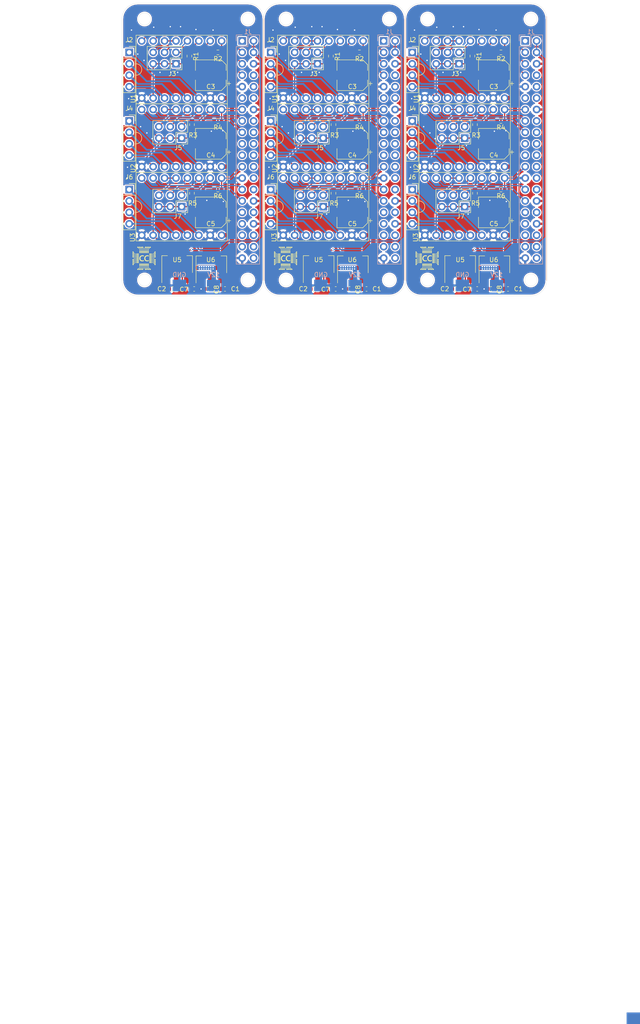
<source format=kicad_pcb>
(kicad_pcb (version 20171130) (host pcbnew "(5.1.10)-1")
  (layers (0 F.Cu signal) (31 B.Cu signal) (34 B.Paste user hide) (35 F.Paste user hide) (36 B.SilkS user) (37 F.SilkS user) (38 B.Mask user hide) (39 F.Mask user hide) (44 Edge.Cuts user))
  (net 0 "")
  (net 1 +12V)
  (net 2 GND)
  (net 3 +5V)
  (net 4 VCC)
  (net 5 "Net-(J1-Pad1)")
  (net 6 /dir1)
  (net 7 /step1)
  (net 8 /en1)
  (net 9 /en2)
  (net 10 /step2)
  (net 11 /en3)
  (net 12 /dir2)
  (net 13 /step3)
  (net 14 /dir3)
  (net 15 "Net-(J1-Pad16)")
  (net 16 "Net-(J1-Pad18)")
  (net 17 "Net-(J1-Pad20)")
  (net 18 "Net-(J1-Pad22)")
  (net 19 "Net-(J1-Pad24)")
  (net 20 "Net-(J1-Pad26)")
  (net 21 "Net-(J1-Pad28)")
  (net 22 "Net-(J1-Pad31)")
  (net 23 "Net-(J1-Pad32)")
  (net 24 "Net-(J1-Pad33)")
  (net 25 "Net-(J1-Pad35)")
  (net 26 "Net-(J1-Pad36)")
  (net 27 "Net-(J1-Pad37)")
  (net 28 "Net-(J1-Pad38)")
  (net 29 "Net-(J1-Pad40)")
  (net 30 "Net-(J2-Pad4)")
  (net 31 "Net-(J2-Pad3)")
  (net 32 "Net-(J2-Pad2)")
  (net 33 "Net-(J2-Pad1)")
  (net 34 "Net-(J3-Pad2)")
  (net 35 "Net-(J3-Pad4)")
  (net 36 "Net-(J3-Pad6)")
  (net 37 "Net-(J6-Pad4)")
  (net 38 "Net-(J6-Pad3)")
  (net 39 "Net-(J6-Pad2)")
  (net 40 "Net-(J6-Pad1)")
  (net 41 "Net-(J7-Pad2)")
  (net 42 "Net-(J7-Pad4)")
  (net 43 "Net-(J7-Pad6)")
  (net 44 "Net-(U1-Pad3)")
  (net 45 "Net-(U3-Pad3)")
  (net 46 "Net-(J4-Pad1)")
  (net 47 "Net-(J4-Pad2)")
  (net 48 "Net-(J4-Pad3)")
  (net 49 "Net-(J4-Pad4)")
  (net 50 "Net-(J5-Pad2)")
  (net 51 "Net-(J5-Pad4)")
  (net 52 "Net-(J5-Pad6)")
  (net 53 "Net-(U2-Pad3)")
  (net 54 /enX)
  (net 55 /stepX)
  (net 56 /dirX)
  (net 57 "Net-(J1-Pad11)")
  (net 58 "Net-(J1-Pad21)")
  (net 59 "Net-(J1-Pad19)")
  (module "CC_Logos:CC Logo 5.2mm" (layer F.Cu) (at 214.1855 122.301)
    (fp_text reference G*** hide)
    (fp_text value LOGO hide)
  )
  (module Resistor_SMD:R_0603_1608Metric (layer F.Cu) (at 230.62488 76.53528 180)
    (fp_text reference R2 (at 0 -1.43) (layer F.SilkS))
    (fp_text value 10k)
    (pad 2 smd roundrect (at 0.825 0 180) (size 0.8 0.95) (layers F.Cu F.Paste F.Mask))
    (pad 1 smd roundrect (at -0.825 0 180) (size 0.8 0.95) (layers F.Cu F.Paste F.Mask))
  )
  (module a4988:a4988 (layer F.Cu) (at 222.55988 110.82528)
    (fp_text reference U3 (at -10.922 6.858 90) (layer F.SilkS))
    (fp_text value a4988)
    (pad 8 thru_hole circle (at 8.89 -6.35 90) (size 1.7 1.7) (drill 1) (layers *.Cu *.Mask))
    (pad 7 thru_hole circle (at 6.35 -6.35 90) (size 1.7 1.7) (drill 1) (layers *.Cu *.Mask))
    (pad 6 thru_hole circle (at 3.81 -6.35 90) (size 1.7 1.7) (drill 1) (layers *.Cu *.Mask))
    (pad 5 thru_hole circle (at 1.27 -6.35 90) (size 1.7 1.7) (drill 1) (layers *.Cu *.Mask))
    (pad 4 thru_hole circle (at -1.27 -6.35 90) (size 1.7 1.7) (drill 1) (layers *.Cu *.Mask))
    (pad 3 thru_hole circle (at -3.81 -6.35 90) (size 1.7 1.7) (drill 1) (layers *.Cu *.Mask))
    (pad 2 thru_hole circle (at -6.35 -6.35 90) (size 1.7 1.7) (drill 1) (layers *.Cu *.Mask))
    (pad 1 thru_hole circle (at -8.89 -6.35 90) (size 1.7 1.7) (drill 1) (layers *.Cu *.Mask))
    (pad 16 thru_hole circle (at -8.89 6.35 90) (size 1.7 1.7) (drill 1) (layers *.Cu *.Mask))
    (pad 15 thru_hole circle (at -6.35 6.35 90) (size 1.7 1.7) (drill 1) (layers *.Cu *.Mask))
    (pad 14 thru_hole circle (at -3.81 6.35 90) (size 1.7 1.7) (drill 1) (layers *.Cu *.Mask))
    (pad 13 thru_hole circle (at -1.27 6.35 90) (size 1.7 1.7) (drill 1) (layers *.Cu *.Mask))
    (pad 12 thru_hole circle (at 1.27 6.35 90) (size 1.7 1.7) (drill 1) (layers *.Cu *.Mask))
    (pad 11 thru_hole circle (at 3.81 6.35 90) (size 1.7 1.7) (drill 1) (layers *.Cu *.Mask))
    (pad 10 thru_hole circle (at 6.35 6.35 90) (size 1.7 1.7) (drill 1) (layers *.Cu *.Mask))
    (pad 9 thru_hole circle (at 8.89 6.35 90) (size 1.7 1.7) (drill 1) (layers *.Cu *.Mask))
  )
  (module Connector_PinSocket_2.54mm:PinSocket_2x03_P2.54mm_Vertical (layer F.Cu) (at 222.55988 110.82528 270)
    (fp_text reference J7 (at 2.159 0.889 180) (layer F.SilkS))
    (fp_text value Conn_02x03_Odd_Even)
    (pad 6 thru_hole oval (at -2.54 5.08 270) (size 1.7 1.7) (drill 1) (layers *.Cu *.Mask))
    (pad 5 thru_hole oval (at 0 5.08 270) (size 1.7 1.7) (drill 1) (layers *.Cu *.Mask))
    (pad 4 thru_hole oval (at -2.54 2.54 270) (size 1.7 1.7) (drill 1) (layers *.Cu *.Mask))
    (pad 3 thru_hole oval (at 0 2.54 270) (size 1.7 1.7) (drill 1) (layers *.Cu *.Mask))
    (pad 2 thru_hole oval (at -2.54 0 270) (size 1.7 1.7) (drill 1) (layers *.Cu *.Mask))
    (pad 1 thru_hole rect (at 0 0 270) (size 1.7 1.7) (drill 1) (layers *.Cu *.Mask))
  )
  (module Resistor_SMD:R_0603_1608Metric (layer F.Cu) (at 224.84588 107.84028 90)
    (fp_text reference R5 (at -2.223 0.127 180) (layer F.SilkS))
    (fp_text value 100k)
    (pad 1 smd roundrect (at -0.825 0 90) (size 0.8 0.95) (layers F.Cu F.Paste F.Mask))
    (pad 2 smd roundrect (at 0.825 0 90) (size 0.8 0.95) (layers F.Cu F.Paste F.Mask))
  )
  (module Connector_PinSocket_2.54mm:PinSocket_1x04_P2.54mm_Vertical (layer F.Cu) (at 210.87588 91.77528)
    (fp_text reference J4 (at 0 -2.77) (layer F.SilkS))
    (fp_text value Conn_01x04)
    (pad 1 thru_hole rect (at 0 0) (size 1.7 1.7) (drill 1) (layers *.Cu *.Mask))
    (pad 2 thru_hole oval (at 0 2.54) (size 1.7 1.7) (drill 1) (layers *.Cu *.Mask))
    (pad 3 thru_hole oval (at 0 5.08) (size 1.7 1.7) (drill 1) (layers *.Cu *.Mask))
    (pad 4 thru_hole oval (at 0 7.62) (size 1.7 1.7) (drill 1) (layers *.Cu *.Mask))
  )
  (module Resistor_SMD:R_0603_1608Metric (layer F.Cu) (at 230.62488 91.77528 180)
    (fp_text reference R4 (at 0 -1.43) (layer F.SilkS))
    (fp_text value 10k)
    (pad 1 smd roundrect (at -0.825 0 180) (size 0.8 0.95) (layers F.Cu F.Paste F.Mask))
    (pad 2 smd roundrect (at 0.825 0 180) (size 0.8 0.95) (layers F.Cu F.Paste F.Mask))
  )
  (module Resistor_SMD:R_0603_1608Metric (layer F.Cu) (at 224.27488 77.36028 90)
    (fp_text reference R1 (at -0.064 1.46 90) (layer F.SilkS))
    (fp_text value 100k)
    (pad 1 smd roundrect (at -0.825 0 90) (size 0.8 0.95) (layers F.Cu F.Paste F.Mask))
    (pad 2 smd roundrect (at 0.825 0 90) (size 0.8 0.95) (layers F.Cu F.Paste F.Mask))
  )
  (module Package_TO_SOT_SMD:SOT-223-3_TabPin2 (layer F.Cu) (at 221.54388 123.62728 90)
    (fp_text reference U5 (at 0.991 0 180) (layer F.SilkS))
    (fp_text value IFX27001TFV50)
    (pad 1 smd rect (at -3.15 -2.3 90) (size 2 1.5) (layers F.Cu F.Paste F.Mask))
    (pad 3 smd rect (at -3.15 2.3 90) (size 2 1.5) (layers F.Cu F.Paste F.Mask))
    (pad 2 smd rect (at -3.15 0 90) (size 2 1.5) (layers F.Cu F.Paste F.Mask))
    (pad 2 smd rect (at 3.15 0 90) (size 2 3.8) (layers F.Cu F.Paste F.Mask))
  )
  (module Connector_PinSocket_2.54mm:PinSocket_1x04_P2.54mm_Vertical (layer F.Cu) (at 210.87588 107.01528)
    (fp_text reference J6 (at 0 -2.77) (layer F.SilkS))
    (fp_text value Conn_01x04)
    (pad 1 thru_hole rect (at 0 0) (size 1.7 1.7) (drill 1) (layers *.Cu *.Mask))
    (pad 2 thru_hole oval (at 0 2.54) (size 1.7 1.7) (drill 1) (layers *.Cu *.Mask))
    (pad 3 thru_hole oval (at 0 5.08) (size 1.7 1.7) (drill 1) (layers *.Cu *.Mask))
    (pad 4 thru_hole oval (at 0 7.62) (size 1.7 1.7) (drill 1) (layers *.Cu *.Mask))
  )
  (module Resistor_SMD:R_0603_1608Metric (layer F.Cu) (at 230.62488 107.01528 180)
    (fp_text reference R6 (at 0 -1.43) (layer F.SilkS))
    (fp_text value 10k)
    (pad 2 smd roundrect (at 0.825 0 180) (size 0.8 0.95) (layers F.Cu F.Paste F.Mask))
    (pad 1 smd roundrect (at -0.825 0 180) (size 0.8 0.95) (layers F.Cu F.Paste F.Mask))
  )
  (module a4988:a4988 (layer F.Cu) (at 222.55988 95.58528)
    (fp_text reference U2 (at -10.795 6.731 90) (layer F.SilkS))
    (fp_text value a4988)
    (pad 9 thru_hole circle (at 8.89 6.35 90) (size 1.7 1.7) (drill 1) (layers *.Cu *.Mask))
    (pad 10 thru_hole circle (at 6.35 6.35 90) (size 1.7 1.7) (drill 1) (layers *.Cu *.Mask))
    (pad 11 thru_hole circle (at 3.81 6.35 90) (size 1.7 1.7) (drill 1) (layers *.Cu *.Mask))
    (pad 12 thru_hole circle (at 1.27 6.35 90) (size 1.7 1.7) (drill 1) (layers *.Cu *.Mask))
    (pad 13 thru_hole circle (at -1.27 6.35 90) (size 1.7 1.7) (drill 1) (layers *.Cu *.Mask))
    (pad 14 thru_hole circle (at -3.81 6.35 90) (size 1.7 1.7) (drill 1) (layers *.Cu *.Mask))
    (pad 15 thru_hole circle (at -6.35 6.35 90) (size 1.7 1.7) (drill 1) (layers *.Cu *.Mask))
    (pad 16 thru_hole circle (at -8.89 6.35 90) (size 1.7 1.7) (drill 1) (layers *.Cu *.Mask))
    (pad 1 thru_hole circle (at -8.89 -6.35 90) (size 1.7 1.7) (drill 1) (layers *.Cu *.Mask))
    (pad 2 thru_hole circle (at -6.35 -6.35 90) (size 1.7 1.7) (drill 1) (layers *.Cu *.Mask))
    (pad 3 thru_hole circle (at -3.81 -6.35 90) (size 1.7 1.7) (drill 1) (layers *.Cu *.Mask))
    (pad 4 thru_hole circle (at -1.27 -6.35 90) (size 1.7 1.7) (drill 1) (layers *.Cu *.Mask))
    (pad 5 thru_hole circle (at 1.27 -6.35 90) (size 1.7 1.7) (drill 1) (layers *.Cu *.Mask))
    (pad 6 thru_hole circle (at 3.81 -6.35 90) (size 1.7 1.7) (drill 1) (layers *.Cu *.Mask))
    (pad 7 thru_hole circle (at 6.35 -6.35 90) (size 1.7 1.7) (drill 1) (layers *.Cu *.Mask))
    (pad 8 thru_hole circle (at 8.89 -6.35 90) (size 1.7 1.7) (drill 1) (layers *.Cu *.Mask))
  )
  (module Resistor_SMD:R_0603_1608Metric (layer F.Cu) (at 224.84588 92.60028 90)
    (fp_text reference R3 (at -2.35 0.254 180) (layer F.SilkS))
    (fp_text value 100k)
    (pad 2 smd roundrect (at 0.825 0 90) (size 0.8 0.95) (layers F.Cu F.Paste F.Mask))
    (pad 1 smd roundrect (at -0.825 0 90) (size 0.8 0.95) (layers F.Cu F.Paste F.Mask))
  )
  (module Package_TO_SOT_SMD:SOT-223-3_TabPin2 (layer F.Cu) (at 229.16388 123.67728 90)
    (fp_text reference U6 (at 1.041 -0.127 180) (layer F.SilkS))
    (fp_text value AP1117-33)
    (pad 2 smd rect (at 3.15 0 90) (size 2 3.8) (layers F.Cu F.Paste F.Mask))
    (pad 2 smd rect (at -3.15 0 90) (size 2 1.5) (layers F.Cu F.Paste F.Mask))
    (pad 3 smd rect (at -3.15 2.3 90) (size 2 1.5) (layers F.Cu F.Paste F.Mask))
    (pad 1 smd rect (at -3.15 -2.3 90) (size 2 1.5) (layers F.Cu F.Paste F.Mask))
  )
  (module Connector_PinSocket_2.54mm:PinSocket_2x03_P2.54mm_Vertical (layer F.Cu) (at 222.55988 95.58528 270)
    (fp_text reference J5 (at 2.159 0.762 180) (layer F.SilkS))
    (fp_text value Conn_02x03_Odd_Even)
    (pad 6 thru_hole oval (at -2.54 5.08 270) (size 1.7 1.7) (drill 1) (layers *.Cu *.Mask))
    (pad 5 thru_hole oval (at 0 5.08 270) (size 1.7 1.7) (drill 1) (layers *.Cu *.Mask))
    (pad 4 thru_hole oval (at -2.54 2.54 270) (size 1.7 1.7) (drill 1) (layers *.Cu *.Mask))
    (pad 3 thru_hole oval (at 0 2.54 270) (size 1.7 1.7) (drill 1) (layers *.Cu *.Mask))
    (pad 2 thru_hole oval (at -2.54 0 270) (size 1.7 1.7) (drill 1) (layers *.Cu *.Mask))
    (pad 1 thru_hole rect (at 0 0 270) (size 1.7 1.7) (drill 1) (layers *.Cu *.Mask))
  )
  (module Connector_PinSocket_2.54mm:PinSocket_2x20_P2.54mm_Vertical (layer B.Cu) (at 236.02188 73.99528 180)
    (fp_text reference J1 (at -1.27 2.032 180) (layer B.SilkS) (effects (justify mirror)))
    (fp_text value Conn_02x20_Odd_Even)
    (pad 1 thru_hole rect (at 0 0 180) (size 1.7 1.7) (drill 1) (layers *.Cu *.Mask))
    (pad 2 thru_hole oval (at -2.54 0 180) (size 1.7 1.7) (drill 1) (layers *.Cu *.Mask))
    (pad 3 thru_hole oval (at 0 -2.54 180) (size 1.7 1.7) (drill 1) (layers *.Cu *.Mask))
    (pad 4 thru_hole oval (at -2.54 -2.54 180) (size 1.7 1.7) (drill 1) (layers *.Cu *.Mask))
    (pad 5 thru_hole oval (at 0 -5.08 180) (size 1.7 1.7) (drill 1) (layers *.Cu *.Mask))
    (pad 6 thru_hole oval (at -2.54 -5.08 180) (size 1.7 1.7) (drill 1) (layers *.Cu *.Mask))
    (pad 7 thru_hole oval (at 0 -7.62 180) (size 1.7 1.7) (drill 1) (layers *.Cu *.Mask))
    (pad 8 thru_hole oval (at -2.54 -7.62 180) (size 1.7 1.7) (drill 1) (layers *.Cu *.Mask))
    (pad 9 thru_hole oval (at 0 -10.16 180) (size 1.7 1.7) (drill 1) (layers *.Cu *.Mask))
    (pad 10 thru_hole oval (at -2.54 -10.16 180) (size 1.7 1.7) (drill 1) (layers *.Cu *.Mask))
    (pad 11 thru_hole oval (at 0 -12.7 180) (size 1.7 1.7) (drill 1) (layers *.Cu *.Mask))
    (pad 12 thru_hole oval (at -2.54 -12.7 180) (size 1.7 1.7) (drill 1) (layers *.Cu *.Mask))
    (pad 13 thru_hole oval (at 0 -15.24 180) (size 1.7 1.7) (drill 1) (layers *.Cu *.Mask))
    (pad 14 thru_hole oval (at -2.54 -15.24 180) (size 1.7 1.7) (drill 1) (layers *.Cu *.Mask))
    (pad 15 thru_hole oval (at 0 -17.78 180) (size 1.7 1.7) (drill 1) (layers *.Cu *.Mask))
    (pad 16 thru_hole oval (at -2.54 -17.78 180) (size 1.7 1.7) (drill 1) (layers *.Cu *.Mask))
    (pad 17 thru_hole oval (at 0 -20.32 180) (size 1.7 1.7) (drill 1) (layers *.Cu *.Mask))
    (pad 18 thru_hole oval (at -2.54 -20.32 180) (size 1.7 1.7) (drill 1) (layers *.Cu *.Mask))
    (pad 19 thru_hole oval (at 0 -22.86 180) (size 1.7 1.7) (drill 1) (layers *.Cu *.Mask))
    (pad 20 thru_hole oval (at -2.54 -22.86 180) (size 1.7 1.7) (drill 1) (layers *.Cu *.Mask))
    (pad 21 thru_hole oval (at 0 -25.4 180) (size 1.7 1.7) (drill 1) (layers *.Cu *.Mask))
    (pad 22 thru_hole oval (at -2.54 -25.4 180) (size 1.7 1.7) (drill 1) (layers *.Cu *.Mask))
    (pad 23 thru_hole oval (at 0 -27.94 180) (size 1.7 1.7) (drill 1) (layers *.Cu *.Mask))
    (pad 24 thru_hole oval (at -2.54 -27.94 180) (size 1.7 1.7) (drill 1) (layers *.Cu *.Mask))
    (pad 25 thru_hole oval (at 0 -30.48 180) (size 1.7 1.7) (drill 1) (layers *.Cu *.Mask))
    (pad 26 thru_hole oval (at -2.54 -30.48 180) (size 1.7 1.7) (drill 1) (layers *.Cu *.Mask))
    (pad 27 thru_hole oval (at 0 -33.02 180) (size 1.7 1.7) (drill 1) (layers *.Cu *.Mask))
    (pad 28 thru_hole oval (at -2.54 -33.02 180) (size 1.7 1.7) (drill 1) (layers *.Cu *.Mask))
    (pad 29 thru_hole oval (at 0 -35.56 180) (size 1.7 1.7) (drill 1) (layers *.Cu *.Mask))
    (pad 30 thru_hole oval (at -2.54 -35.56 180) (size 1.7 1.7) (drill 1) (layers *.Cu *.Mask))
    (pad 31 thru_hole oval (at 0 -38.1 180) (size 1.7 1.7) (drill 1) (layers *.Cu *.Mask))
    (pad 32 thru_hole oval (at -2.54 -38.1 180) (size 1.7 1.7) (drill 1) (layers *.Cu *.Mask))
    (pad 33 thru_hole oval (at 0 -40.64 180) (size 1.7 1.7) (drill 1) (layers *.Cu *.Mask))
    (pad 34 thru_hole oval (at -2.54 -40.64 180) (size 1.7 1.7) (drill 1) (layers *.Cu *.Mask))
    (pad 35 thru_hole oval (at 0 -43.18 180) (size 1.7 1.7) (drill 1) (layers *.Cu *.Mask))
    (pad 36 thru_hole oval (at -2.54 -43.18 180) (size 1.7 1.7) (drill 1) (layers *.Cu *.Mask))
    (pad 37 thru_hole oval (at 0 -45.72 180) (size 1.7 1.7) (drill 1) (layers *.Cu *.Mask))
    (pad 38 thru_hole oval (at -2.54 -45.72 180) (size 1.7 1.7) (drill 1) (layers *.Cu *.Mask))
    (pad 39 thru_hole oval (at 0 -48.26 180) (size 1.7 1.7) (drill 1) (layers *.Cu *.Mask))
    (pad 40 thru_hole oval (at -2.54 -48.26 180) (size 1.7 1.7) (drill 1) (layers *.Cu *.Mask))
  )
  (module Connector_PinSocket_2.54mm:PinSocket_2x03_P2.54mm_Vertical (layer F.Cu) (at 221.28988 79.07528 270)
    (fp_text reference J3 (at 2.20472 0.81788) (layer F.SilkS))
    (fp_text value Conn_02x03_Odd_Even)
    (pad 6 thru_hole oval (at -2.54 5.08 270) (size 1.7 1.7) (drill 1) (layers *.Cu *.Mask))
    (pad 5 thru_hole oval (at 0 5.08 270) (size 1.7 1.7) (drill 1) (layers *.Cu *.Mask))
    (pad 4 thru_hole oval (at -2.54 2.54 270) (size 1.7 1.7) (drill 1) (layers *.Cu *.Mask))
    (pad 3 thru_hole oval (at 0 2.54 270) (size 1.7 1.7) (drill 1) (layers *.Cu *.Mask))
    (pad 2 thru_hole oval (at -2.54 0 270) (size 1.7 1.7) (drill 1) (layers *.Cu *.Mask))
    (pad 1 thru_hole rect (at 0 0 270) (size 1.7 1.7) (drill 1) (layers *.Cu *.Mask))
  )
  (module Connector_PinSocket_2.54mm:PinSocket_1x04_P2.54mm_Vertical (layer F.Cu) (at 210.87588 76.53528)
    (fp_text reference J2 (at 0 -2.77) (layer F.SilkS))
    (fp_text value Conn_01x04)
    (pad 1 thru_hole rect (at 0 0) (size 1.7 1.7) (drill 1) (layers *.Cu *.Mask))
    (pad 2 thru_hole oval (at 0 2.54) (size 1.7 1.7) (drill 1) (layers *.Cu *.Mask))
    (pad 3 thru_hole oval (at 0 5.08) (size 1.7 1.7) (drill 1) (layers *.Cu *.Mask))
    (pad 4 thru_hole oval (at 0 7.62) (size 1.7 1.7) (drill 1) (layers *.Cu *.Mask))
  )
  (module Capacitor_SMD:CP_Elec_6.3x7.7 (layer F.Cu) (at 229.03688 81.61528 180)
    (fp_text reference C3 (at 0 -2.54) (layer F.SilkS))
    (fp_text value CP1)
    (pad 2 smd roundrect (at 2.7 0 180) (size 3.5 1.6) (layers F.Cu F.Paste F.Mask) (roundrect_rratio 0.15625))
    (pad 1 smd roundrect (at -2.7 0 180) (size 3.5 1.6) (layers F.Cu F.Paste F.Mask) (roundrect_rratio 0.15625))
  )
  (module Capacitor_SMD:C_0603_1608Metric (layer F.Cu) (at 228.41488 129.11328 180)
    (fp_text reference C8 (at -1.892 -0.127 90) (layer F.SilkS))
    (fp_text value C)
    (pad 1 smd roundrect (at -0.775 0 180) (size 0.9 0.95) (layers F.Cu F.Paste F.Mask))
    (pad 2 smd roundrect (at 0.775 0 180) (size 0.9 0.95) (layers F.Cu F.Paste F.Mask))
  )
  (module Connector_Pin:Pin_D1.3mm_L11.0mm (layer B.Cu) (at 229.67188 128.35128)
    (fp_text reference 12V (at 0 -2.4) (layer B.SilkS) (effects (justify mirror)))
    (fp_text value Pin_D1.3mm_L11.0mm)
    (pad 1 smd rect (at 0 0) (size 3 2.6) (layers B.Cu B.Paste B.Mask))
  )
  (module Connector_Pin:Pin_D1.3mm_L11.0mm (layer B.Cu) (at 222.05188 128.35128)
    (fp_text reference GND (at 0 -2.4) (layer B.SilkS) (effects (justify mirror)))
    (fp_text value Pin_D1.3mm_L11.0mm)
    (pad 1 smd rect (at 0 0) (size 3 2.6) (layers B.Cu B.Paste B.Mask))
  )
  (module Capacitor_SMD:C_0603_1608Metric (layer F.Cu) (at 225.34088 129.11328)
    (fp_text reference C7 (at -2.273 0.127) (layer F.SilkS))
    (fp_text value C)
    (pad 2 smd roundrect (at 0.775 0) (size 0.9 0.95) (layers F.Cu F.Paste F.Mask))
    (pad 1 smd roundrect (at -0.775 0) (size 0.9 0.95) (layers F.Cu F.Paste F.Mask))
  )
  (module a4988:a4988 (layer F.Cu) (at 222.55988 80.34528)
    (fp_text reference U1 (at -10.795 6.477 90) (layer F.SilkS))
    (fp_text value a4988)
    (pad 8 thru_hole circle (at 8.89 -6.35 90) (size 1.7 1.7) (drill 1) (layers *.Cu *.Mask))
    (pad 7 thru_hole circle (at 6.35 -6.35 90) (size 1.7 1.7) (drill 1) (layers *.Cu *.Mask))
    (pad 6 thru_hole circle (at 3.81 -6.35 90) (size 1.7 1.7) (drill 1) (layers *.Cu *.Mask))
    (pad 5 thru_hole circle (at 1.27 -6.35 90) (size 1.7 1.7) (drill 1) (layers *.Cu *.Mask))
    (pad 4 thru_hole circle (at -1.27 -6.35 90) (size 1.7 1.7) (drill 1) (layers *.Cu *.Mask))
    (pad 3 thru_hole circle (at -3.81 -6.35 90) (size 1.7 1.7) (drill 1) (layers *.Cu *.Mask))
    (pad 2 thru_hole circle (at -6.35 -6.35 90) (size 1.7 1.7) (drill 1) (layers *.Cu *.Mask))
    (pad 1 thru_hole circle (at -8.89 -6.35 90) (size 1.7 1.7) (drill 1) (layers *.Cu *.Mask))
    (pad 16 thru_hole circle (at -8.89 6.35 90) (size 1.7 1.7) (drill 1) (layers *.Cu *.Mask))
    (pad 15 thru_hole circle (at -6.35 6.35 90) (size 1.7 1.7) (drill 1) (layers *.Cu *.Mask))
    (pad 14 thru_hole circle (at -3.81 6.35 90) (size 1.7 1.7) (drill 1) (layers *.Cu *.Mask))
    (pad 13 thru_hole circle (at -1.27 6.35 90) (size 1.7 1.7) (drill 1) (layers *.Cu *.Mask))
    (pad 12 thru_hole circle (at 1.27 6.35 90) (size 1.7 1.7) (drill 1) (layers *.Cu *.Mask))
    (pad 11 thru_hole circle (at 3.81 6.35 90) (size 1.7 1.7) (drill 1) (layers *.Cu *.Mask))
    (pad 10 thru_hole circle (at 6.35 6.35 90) (size 1.7 1.7) (drill 1) (layers *.Cu *.Mask))
    (pad 9 thru_hole circle (at 8.89 6.35 90) (size 1.7 1.7) (drill 1) (layers *.Cu *.Mask))
  )
  (module Capacitor_SMD:CP_Elec_6.3x7.7 (layer F.Cu) (at 229.03688 96.85528 180)
    (fp_text reference C4 (at 0 -2.54) (layer F.SilkS))
    (fp_text value CP1)
    (pad 1 smd roundrect (at -2.7 0 180) (size 3.5 1.6) (layers F.Cu F.Paste F.Mask) (roundrect_rratio 0.15625))
    (pad 2 smd roundrect (at 2.7 0 180) (size 3.5 1.6) (layers F.Cu F.Paste F.Mask) (roundrect_rratio 0.15625))
  )
  (module Capacitor_SMD:C_0603_1608Metric (layer F.Cu) (at 232.19888 129.11328)
    (fp_text reference C1 (at 2.299 0) (layer F.SilkS))
    (fp_text value C)
    (pad 2 smd roundrect (at 0.775 0) (size 0.9 0.95) (layers F.Cu F.Paste F.Mask))
    (pad 1 smd roundrect (at -0.775 0) (size 0.9 0.95) (layers F.Cu F.Paste F.Mask))
  )
  (module Capacitor_SMD:C_0603_1608Metric (layer F.Cu) (at 220.51488 129.11328 180)
    (fp_text reference C2 (at 2.4 0) (layer F.SilkS))
    (fp_text value C)
    (pad 1 smd roundrect (at -0.775 0 180) (size 0.9 0.95) (layers F.Cu F.Paste F.Mask))
    (pad 2 smd roundrect (at 0.775 0 180) (size 0.9 0.95) (layers F.Cu F.Paste F.Mask))
  )
  (module Capacitor_SMD:CP_Elec_6.3x7.7 (layer F.Cu) (at 229.03688 112.09528 180)
    (fp_text reference C5 (at 0 -2.54) (layer F.SilkS))
    (fp_text value CP1)
    (pad 2 smd roundrect (at 2.7 0 180) (size 3.5 1.6) (layers F.Cu F.Paste F.Mask) (roundrect_rratio 0.15625))
    (pad 1 smd roundrect (at -2.7 0 180) (size 3.5 1.6) (layers F.Cu F.Paste F.Mask) (roundrect_rratio 0.15625))
  )
  (module "CC_Logos:CC Logo 5.2mm" (layer F.Cu) (at 182.6895 122.301)
    (fp_text reference G*** hide)
    (fp_text value LOGO hide)
  )
  (module Resistor_SMD:R_0603_1608Metric (layer F.Cu) (at 199.12888 76.53528 180)
    (fp_text reference R2 (at 0 -1.43) (layer F.SilkS))
    (fp_text value 10k)
    (pad 2 smd roundrect (at 0.825 0 180) (size 0.8 0.95) (layers F.Cu F.Paste F.Mask))
    (pad 1 smd roundrect (at -0.825 0 180) (size 0.8 0.95) (layers F.Cu F.Paste F.Mask))
  )
  (module a4988:a4988 (layer F.Cu) (at 191.06388 110.82528)
    (fp_text reference U3 (at -10.922 6.858 90) (layer F.SilkS))
    (fp_text value a4988)
    (pad 8 thru_hole circle (at 8.89 -6.35 90) (size 1.7 1.7) (drill 1) (layers *.Cu *.Mask))
    (pad 7 thru_hole circle (at 6.35 -6.35 90) (size 1.7 1.7) (drill 1) (layers *.Cu *.Mask))
    (pad 6 thru_hole circle (at 3.81 -6.35 90) (size 1.7 1.7) (drill 1) (layers *.Cu *.Mask))
    (pad 5 thru_hole circle (at 1.27 -6.35 90) (size 1.7 1.7) (drill 1) (layers *.Cu *.Mask))
    (pad 4 thru_hole circle (at -1.27 -6.35 90) (size 1.7 1.7) (drill 1) (layers *.Cu *.Mask))
    (pad 3 thru_hole circle (at -3.81 -6.35 90) (size 1.7 1.7) (drill 1) (layers *.Cu *.Mask))
    (pad 2 thru_hole circle (at -6.35 -6.35 90) (size 1.7 1.7) (drill 1) (layers *.Cu *.Mask))
    (pad 1 thru_hole circle (at -8.89 -6.35 90) (size 1.7 1.7) (drill 1) (layers *.Cu *.Mask))
    (pad 16 thru_hole circle (at -8.89 6.35 90) (size 1.7 1.7) (drill 1) (layers *.Cu *.Mask))
    (pad 15 thru_hole circle (at -6.35 6.35 90) (size 1.7 1.7) (drill 1) (layers *.Cu *.Mask))
    (pad 14 thru_hole circle (at -3.81 6.35 90) (size 1.7 1.7) (drill 1) (layers *.Cu *.Mask))
    (pad 13 thru_hole circle (at -1.27 6.35 90) (size 1.7 1.7) (drill 1) (layers *.Cu *.Mask))
    (pad 12 thru_hole circle (at 1.27 6.35 90) (size 1.7 1.7) (drill 1) (layers *.Cu *.Mask))
    (pad 11 thru_hole circle (at 3.81 6.35 90) (size 1.7 1.7) (drill 1) (layers *.Cu *.Mask))
    (pad 10 thru_hole circle (at 6.35 6.35 90) (size 1.7 1.7) (drill 1) (layers *.Cu *.Mask))
    (pad 9 thru_hole circle (at 8.89 6.35 90) (size 1.7 1.7) (drill 1) (layers *.Cu *.Mask))
  )
  (module Connector_PinSocket_2.54mm:PinSocket_2x03_P2.54mm_Vertical (layer F.Cu) (at 191.06388 110.82528 270)
    (fp_text reference J7 (at 2.159 0.889 180) (layer F.SilkS))
    (fp_text value Conn_02x03_Odd_Even)
    (pad 6 thru_hole oval (at -2.54 5.08 270) (size 1.7 1.7) (drill 1) (layers *.Cu *.Mask))
    (pad 5 thru_hole oval (at 0 5.08 270) (size 1.7 1.7) (drill 1) (layers *.Cu *.Mask))
    (pad 4 thru_hole oval (at -2.54 2.54 270) (size 1.7 1.7) (drill 1) (layers *.Cu *.Mask))
    (pad 3 thru_hole oval (at 0 2.54 270) (size 1.7 1.7) (drill 1) (layers *.Cu *.Mask))
    (pad 2 thru_hole oval (at -2.54 0 270) (size 1.7 1.7) (drill 1) (layers *.Cu *.Mask))
    (pad 1 thru_hole rect (at 0 0 270) (size 1.7 1.7) (drill 1) (layers *.Cu *.Mask))
  )
  (module Resistor_SMD:R_0603_1608Metric (layer F.Cu) (at 193.34988 107.84028 90)
    (fp_text reference R5 (at -2.223 0.127 180) (layer F.SilkS))
    (fp_text value 100k)
    (pad 1 smd roundrect (at -0.825 0 90) (size 0.8 0.95) (layers F.Cu F.Paste F.Mask))
    (pad 2 smd roundrect (at 0.825 0 90) (size 0.8 0.95) (layers F.Cu F.Paste F.Mask))
  )
  (module Connector_PinSocket_2.54mm:PinSocket_1x04_P2.54mm_Vertical (layer F.Cu) (at 179.37988 91.77528)
    (fp_text reference J4 (at 0 -2.77) (layer F.SilkS))
    (fp_text value Conn_01x04)
    (pad 1 thru_hole rect (at 0 0) (size 1.7 1.7) (drill 1) (layers *.Cu *.Mask))
    (pad 2 thru_hole oval (at 0 2.54) (size 1.7 1.7) (drill 1) (layers *.Cu *.Mask))
    (pad 3 thru_hole oval (at 0 5.08) (size 1.7 1.7) (drill 1) (layers *.Cu *.Mask))
    (pad 4 thru_hole oval (at 0 7.62) (size 1.7 1.7) (drill 1) (layers *.Cu *.Mask))
  )
  (module Resistor_SMD:R_0603_1608Metric (layer F.Cu) (at 199.12888 91.77528 180)
    (fp_text reference R4 (at 0 -1.43) (layer F.SilkS))
    (fp_text value 10k)
    (pad 1 smd roundrect (at -0.825 0 180) (size 0.8 0.95) (layers F.Cu F.Paste F.Mask))
    (pad 2 smd roundrect (at 0.825 0 180) (size 0.8 0.95) (layers F.Cu F.Paste F.Mask))
  )
  (module Resistor_SMD:R_0603_1608Metric (layer F.Cu) (at 192.77888 77.36028 90)
    (fp_text reference R1 (at -0.064 1.46 90) (layer F.SilkS))
    (fp_text value 100k)
    (pad 1 smd roundrect (at -0.825 0 90) (size 0.8 0.95) (layers F.Cu F.Paste F.Mask))
    (pad 2 smd roundrect (at 0.825 0 90) (size 0.8 0.95) (layers F.Cu F.Paste F.Mask))
  )
  (module Package_TO_SOT_SMD:SOT-223-3_TabPin2 (layer F.Cu) (at 190.04788 123.62728 90)
    (fp_text reference U5 (at 0.991 0 180) (layer F.SilkS))
    (fp_text value IFX27001TFV50)
    (pad 1 smd rect (at -3.15 -2.3 90) (size 2 1.5) (layers F.Cu F.Paste F.Mask))
    (pad 3 smd rect (at -3.15 2.3 90) (size 2 1.5) (layers F.Cu F.Paste F.Mask))
    (pad 2 smd rect (at -3.15 0 90) (size 2 1.5) (layers F.Cu F.Paste F.Mask))
    (pad 2 smd rect (at 3.15 0 90) (size 2 3.8) (layers F.Cu F.Paste F.Mask))
  )
  (module Connector_PinSocket_2.54mm:PinSocket_1x04_P2.54mm_Vertical (layer F.Cu) (at 179.37988 107.01528)
    (fp_text reference J6 (at 0 -2.77) (layer F.SilkS))
    (fp_text value Conn_01x04)
    (pad 1 thru_hole rect (at 0 0) (size 1.7 1.7) (drill 1) (layers *.Cu *.Mask))
    (pad 2 thru_hole oval (at 0 2.54) (size 1.7 1.7) (drill 1) (layers *.Cu *.Mask))
    (pad 3 thru_hole oval (at 0 5.08) (size 1.7 1.7) (drill 1) (layers *.Cu *.Mask))
    (pad 4 thru_hole oval (at 0 7.62) (size 1.7 1.7) (drill 1) (layers *.Cu *.Mask))
  )
  (module Resistor_SMD:R_0603_1608Metric (layer F.Cu) (at 199.12888 107.01528 180)
    (fp_text reference R6 (at 0 -1.43) (layer F.SilkS))
    (fp_text value 10k)
    (pad 2 smd roundrect (at 0.825 0 180) (size 0.8 0.95) (layers F.Cu F.Paste F.Mask))
    (pad 1 smd roundrect (at -0.825 0 180) (size 0.8 0.95) (layers F.Cu F.Paste F.Mask))
  )
  (module a4988:a4988 (layer F.Cu) (at 191.06388 95.58528)
    (fp_text reference U2 (at -10.795 6.731 90) (layer F.SilkS))
    (fp_text value a4988)
    (pad 9 thru_hole circle (at 8.89 6.35 90) (size 1.7 1.7) (drill 1) (layers *.Cu *.Mask))
    (pad 10 thru_hole circle (at 6.35 6.35 90) (size 1.7 1.7) (drill 1) (layers *.Cu *.Mask))
    (pad 11 thru_hole circle (at 3.81 6.35 90) (size 1.7 1.7) (drill 1) (layers *.Cu *.Mask))
    (pad 12 thru_hole circle (at 1.27 6.35 90) (size 1.7 1.7) (drill 1) (layers *.Cu *.Mask))
    (pad 13 thru_hole circle (at -1.27 6.35 90) (size 1.7 1.7) (drill 1) (layers *.Cu *.Mask))
    (pad 14 thru_hole circle (at -3.81 6.35 90) (size 1.7 1.7) (drill 1) (layers *.Cu *.Mask))
    (pad 15 thru_hole circle (at -6.35 6.35 90) (size 1.7 1.7) (drill 1) (layers *.Cu *.Mask))
    (pad 16 thru_hole circle (at -8.89 6.35 90) (size 1.7 1.7) (drill 1) (layers *.Cu *.Mask))
    (pad 1 thru_hole circle (at -8.89 -6.35 90) (size 1.7 1.7) (drill 1) (layers *.Cu *.Mask))
    (pad 2 thru_hole circle (at -6.35 -6.35 90) (size 1.7 1.7) (drill 1) (layers *.Cu *.Mask))
    (pad 3 thru_hole circle (at -3.81 -6.35 90) (size 1.7 1.7) (drill 1) (layers *.Cu *.Mask))
    (pad 4 thru_hole circle (at -1.27 -6.35 90) (size 1.7 1.7) (drill 1) (layers *.Cu *.Mask))
    (pad 5 thru_hole circle (at 1.27 -6.35 90) (size 1.7 1.7) (drill 1) (layers *.Cu *.Mask))
    (pad 6 thru_hole circle (at 3.81 -6.35 90) (size 1.7 1.7) (drill 1) (layers *.Cu *.Mask))
    (pad 7 thru_hole circle (at 6.35 -6.35 90) (size 1.7 1.7) (drill 1) (layers *.Cu *.Mask))
    (pad 8 thru_hole circle (at 8.89 -6.35 90) (size 1.7 1.7) (drill 1) (layers *.Cu *.Mask))
  )
  (module Resistor_SMD:R_0603_1608Metric (layer F.Cu) (at 193.34988 92.60028 90)
    (fp_text reference R3 (at -2.35 0.254 180) (layer F.SilkS))
    (fp_text value 100k)
    (pad 2 smd roundrect (at 0.825 0 90) (size 0.8 0.95) (layers F.Cu F.Paste F.Mask))
    (pad 1 smd roundrect (at -0.825 0 90) (size 0.8 0.95) (layers F.Cu F.Paste F.Mask))
  )
  (module Package_TO_SOT_SMD:SOT-223-3_TabPin2 (layer F.Cu) (at 197.66788 123.67728 90)
    (fp_text reference U6 (at 1.041 -0.127 180) (layer F.SilkS))
    (fp_text value AP1117-33)
    (pad 2 smd rect (at 3.15 0 90) (size 2 3.8) (layers F.Cu F.Paste F.Mask))
    (pad 2 smd rect (at -3.15 0 90) (size 2 1.5) (layers F.Cu F.Paste F.Mask))
    (pad 3 smd rect (at -3.15 2.3 90) (size 2 1.5) (layers F.Cu F.Paste F.Mask))
    (pad 1 smd rect (at -3.15 -2.3 90) (size 2 1.5) (layers F.Cu F.Paste F.Mask))
  )
  (module Connector_PinSocket_2.54mm:PinSocket_2x03_P2.54mm_Vertical (layer F.Cu) (at 191.06388 95.58528 270)
    (fp_text reference J5 (at 2.159 0.762 180) (layer F.SilkS))
    (fp_text value Conn_02x03_Odd_Even)
    (pad 6 thru_hole oval (at -2.54 5.08 270) (size 1.7 1.7) (drill 1) (layers *.Cu *.Mask))
    (pad 5 thru_hole oval (at 0 5.08 270) (size 1.7 1.7) (drill 1) (layers *.Cu *.Mask))
    (pad 4 thru_hole oval (at -2.54 2.54 270) (size 1.7 1.7) (drill 1) (layers *.Cu *.Mask))
    (pad 3 thru_hole oval (at 0 2.54 270) (size 1.7 1.7) (drill 1) (layers *.Cu *.Mask))
    (pad 2 thru_hole oval (at -2.54 0 270) (size 1.7 1.7) (drill 1) (layers *.Cu *.Mask))
    (pad 1 thru_hole rect (at 0 0 270) (size 1.7 1.7) (drill 1) (layers *.Cu *.Mask))
  )
  (module Connector_PinSocket_2.54mm:PinSocket_2x20_P2.54mm_Vertical (layer B.Cu) (at 204.52588 73.99528 180)
    (fp_text reference J1 (at -1.27 2.032 180) (layer B.SilkS) (effects (justify mirror)))
    (fp_text value Conn_02x20_Odd_Even)
    (pad 1 thru_hole rect (at 0 0 180) (size 1.7 1.7) (drill 1) (layers *.Cu *.Mask))
    (pad 2 thru_hole oval (at -2.54 0 180) (size 1.7 1.7) (drill 1) (layers *.Cu *.Mask))
    (pad 3 thru_hole oval (at 0 -2.54 180) (size 1.7 1.7) (drill 1) (layers *.Cu *.Mask))
    (pad 4 thru_hole oval (at -2.54 -2.54 180) (size 1.7 1.7) (drill 1) (layers *.Cu *.Mask))
    (pad 5 thru_hole oval (at 0 -5.08 180) (size 1.7 1.7) (drill 1) (layers *.Cu *.Mask))
    (pad 6 thru_hole oval (at -2.54 -5.08 180) (size 1.7 1.7) (drill 1) (layers *.Cu *.Mask))
    (pad 7 thru_hole oval (at 0 -7.62 180) (size 1.7 1.7) (drill 1) (layers *.Cu *.Mask))
    (pad 8 thru_hole oval (at -2.54 -7.62 180) (size 1.7 1.7) (drill 1) (layers *.Cu *.Mask))
    (pad 9 thru_hole oval (at 0 -10.16 180) (size 1.7 1.7) (drill 1) (layers *.Cu *.Mask))
    (pad 10 thru_hole oval (at -2.54 -10.16 180) (size 1.7 1.7) (drill 1) (layers *.Cu *.Mask))
    (pad 11 thru_hole oval (at 0 -12.7 180) (size 1.7 1.7) (drill 1) (layers *.Cu *.Mask))
    (pad 12 thru_hole oval (at -2.54 -12.7 180) (size 1.7 1.7) (drill 1) (layers *.Cu *.Mask))
    (pad 13 thru_hole oval (at 0 -15.24 180) (size 1.7 1.7) (drill 1) (layers *.Cu *.Mask))
    (pad 14 thru_hole oval (at -2.54 -15.24 180) (size 1.7 1.7) (drill 1) (layers *.Cu *.Mask))
    (pad 15 thru_hole oval (at 0 -17.78 180) (size 1.7 1.7) (drill 1) (layers *.Cu *.Mask))
    (pad 16 thru_hole oval (at -2.54 -17.78 180) (size 1.7 1.7) (drill 1) (layers *.Cu *.Mask))
    (pad 17 thru_hole oval (at 0 -20.32 180) (size 1.7 1.7) (drill 1) (layers *.Cu *.Mask))
    (pad 18 thru_hole oval (at -2.54 -20.32 180) (size 1.7 1.7) (drill 1) (layers *.Cu *.Mask))
    (pad 19 thru_hole oval (at 0 -22.86 180) (size 1.7 1.7) (drill 1) (layers *.Cu *.Mask))
    (pad 20 thru_hole oval (at -2.54 -22.86 180) (size 1.7 1.7) (drill 1) (layers *.Cu *.Mask))
    (pad 21 thru_hole oval (at 0 -25.4 180) (size 1.7 1.7) (drill 1) (layers *.Cu *.Mask))
    (pad 22 thru_hole oval (at -2.54 -25.4 180) (size 1.7 1.7) (drill 1) (layers *.Cu *.Mask))
    (pad 23 thru_hole oval (at 0 -27.94 180) (size 1.7 1.7) (drill 1) (layers *.Cu *.Mask))
    (pad 24 thru_hole oval (at -2.54 -27.94 180) (size 1.7 1.7) (drill 1) (layers *.Cu *.Mask))
    (pad 25 thru_hole oval (at 0 -30.48 180) (size 1.7 1.7) (drill 1) (layers *.Cu *.Mask))
    (pad 26 thru_hole oval (at -2.54 -30.48 180) (size 1.7 1.7) (drill 1) (layers *.Cu *.Mask))
    (pad 27 thru_hole oval (at 0 -33.02 180) (size 1.7 1.7) (drill 1) (layers *.Cu *.Mask))
    (pad 28 thru_hole oval (at -2.54 -33.02 180) (size 1.7 1.7) (drill 1) (layers *.Cu *.Mask))
    (pad 29 thru_hole oval (at 0 -35.56 180) (size 1.7 1.7) (drill 1) (layers *.Cu *.Mask))
    (pad 30 thru_hole oval (at -2.54 -35.56 180) (size 1.7 1.7) (drill 1) (layers *.Cu *.Mask))
    (pad 31 thru_hole oval (at 0 -38.1 180) (size 1.7 1.7) (drill 1) (layers *.Cu *.Mask))
    (pad 32 thru_hole oval (at -2.54 -38.1 180) (size 1.7 1.7) (drill 1) (layers *.Cu *.Mask))
    (pad 33 thru_hole oval (at 0 -40.64 180) (size 1.7 1.7) (drill 1) (layers *.Cu *.Mask))
    (pad 34 thru_hole oval (at -2.54 -40.64 180) (size 1.7 1.7) (drill 1) (layers *.Cu *.Mask))
    (pad 35 thru_hole oval (at 0 -43.18 180) (size 1.7 1.7) (drill 1) (layers *.Cu *.Mask))
    (pad 36 thru_hole oval (at -2.54 -43.18 180) (size 1.7 1.7) (drill 1) (layers *.Cu *.Mask))
    (pad 37 thru_hole oval (at 0 -45.72 180) (size 1.7 1.7) (drill 1) (layers *.Cu *.Mask))
    (pad 38 thru_hole oval (at -2.54 -45.72 180) (size 1.7 1.7) (drill 1) (layers *.Cu *.Mask))
    (pad 39 thru_hole oval (at 0 -48.26 180) (size 1.7 1.7) (drill 1) (layers *.Cu *.Mask))
    (pad 40 thru_hole oval (at -2.54 -48.26 180) (size 1.7 1.7) (drill 1) (layers *.Cu *.Mask))
  )
  (module Connector_PinSocket_2.54mm:PinSocket_2x03_P2.54mm_Vertical (layer F.Cu) (at 189.79388 79.07528 270)
    (fp_text reference J3 (at 2.20472 0.81788) (layer F.SilkS))
    (fp_text value Conn_02x03_Odd_Even)
    (pad 6 thru_hole oval (at -2.54 5.08 270) (size 1.7 1.7) (drill 1) (layers *.Cu *.Mask))
    (pad 5 thru_hole oval (at 0 5.08 270) (size 1.7 1.7) (drill 1) (layers *.Cu *.Mask))
    (pad 4 thru_hole oval (at -2.54 2.54 270) (size 1.7 1.7) (drill 1) (layers *.Cu *.Mask))
    (pad 3 thru_hole oval (at 0 2.54 270) (size 1.7 1.7) (drill 1) (layers *.Cu *.Mask))
    (pad 2 thru_hole oval (at -2.54 0 270) (size 1.7 1.7) (drill 1) (layers *.Cu *.Mask))
    (pad 1 thru_hole rect (at 0 0 270) (size 1.7 1.7) (drill 1) (layers *.Cu *.Mask))
  )
  (module Connector_PinSocket_2.54mm:PinSocket_1x04_P2.54mm_Vertical (layer F.Cu) (at 179.37988 76.53528)
    (fp_text reference J2 (at 0 -2.77) (layer F.SilkS))
    (fp_text value Conn_01x04)
    (pad 1 thru_hole rect (at 0 0) (size 1.7 1.7) (drill 1) (layers *.Cu *.Mask))
    (pad 2 thru_hole oval (at 0 2.54) (size 1.7 1.7) (drill 1) (layers *.Cu *.Mask))
    (pad 3 thru_hole oval (at 0 5.08) (size 1.7 1.7) (drill 1) (layers *.Cu *.Mask))
    (pad 4 thru_hole oval (at 0 7.62) (size 1.7 1.7) (drill 1) (layers *.Cu *.Mask))
  )
  (module Capacitor_SMD:CP_Elec_6.3x7.7 (layer F.Cu) (at 197.54088 81.61528 180)
    (fp_text reference C3 (at 0 -2.54) (layer F.SilkS))
    (fp_text value CP1)
    (pad 2 smd roundrect (at 2.7 0 180) (size 3.5 1.6) (layers F.Cu F.Paste F.Mask) (roundrect_rratio 0.15625))
    (pad 1 smd roundrect (at -2.7 0 180) (size 3.5 1.6) (layers F.Cu F.Paste F.Mask) (roundrect_rratio 0.15625))
  )
  (module Capacitor_SMD:C_0603_1608Metric (layer F.Cu) (at 196.91888 129.11328 180)
    (fp_text reference C8 (at -1.892 -0.127 90) (layer F.SilkS))
    (fp_text value C)
    (pad 1 smd roundrect (at -0.775 0 180) (size 0.9 0.95) (layers F.Cu F.Paste F.Mask))
    (pad 2 smd roundrect (at 0.775 0 180) (size 0.9 0.95) (layers F.Cu F.Paste F.Mask))
  )
  (module Connector_Pin:Pin_D1.3mm_L11.0mm (layer B.Cu) (at 198.17588 128.35128)
    (fp_text reference 12V (at 0 -2.4) (layer B.SilkS) (effects (justify mirror)))
    (fp_text value Pin_D1.3mm_L11.0mm)
    (pad 1 smd rect (at 0 0) (size 3 2.6) (layers B.Cu B.Paste B.Mask))
  )
  (module Connector_Pin:Pin_D1.3mm_L11.0mm (layer B.Cu) (at 190.55588 128.35128)
    (fp_text reference GND (at 0 -2.4) (layer B.SilkS) (effects (justify mirror)))
    (fp_text value Pin_D1.3mm_L11.0mm)
    (pad 1 smd rect (at 0 0) (size 3 2.6) (layers B.Cu B.Paste B.Mask))
  )
  (module Capacitor_SMD:C_0603_1608Metric (layer F.Cu) (at 193.84488 129.11328)
    (fp_text reference C7 (at -2.273 0.127) (layer F.SilkS))
    (fp_text value C)
    (pad 2 smd roundrect (at 0.775 0) (size 0.9 0.95) (layers F.Cu F.Paste F.Mask))
    (pad 1 smd roundrect (at -0.775 0) (size 0.9 0.95) (layers F.Cu F.Paste F.Mask))
  )
  (module a4988:a4988 (layer F.Cu) (at 191.06388 80.34528)
    (fp_text reference U1 (at -10.795 6.477 90) (layer F.SilkS))
    (fp_text value a4988)
    (pad 8 thru_hole circle (at 8.89 -6.35 90) (size 1.7 1.7) (drill 1) (layers *.Cu *.Mask))
    (pad 7 thru_hole circle (at 6.35 -6.35 90) (size 1.7 1.7) (drill 1) (layers *.Cu *.Mask))
    (pad 6 thru_hole circle (at 3.81 -6.35 90) (size 1.7 1.7) (drill 1) (layers *.Cu *.Mask))
    (pad 5 thru_hole circle (at 1.27 -6.35 90) (size 1.7 1.7) (drill 1) (layers *.Cu *.Mask))
    (pad 4 thru_hole circle (at -1.27 -6.35 90) (size 1.7 1.7) (drill 1) (layers *.Cu *.Mask))
    (pad 3 thru_hole circle (at -3.81 -6.35 90) (size 1.7 1.7) (drill 1) (layers *.Cu *.Mask))
    (pad 2 thru_hole circle (at -6.35 -6.35 90) (size 1.7 1.7) (drill 1) (layers *.Cu *.Mask))
    (pad 1 thru_hole circle (at -8.89 -6.35 90) (size 1.7 1.7) (drill 1) (layers *.Cu *.Mask))
    (pad 16 thru_hole circle (at -8.89 6.35 90) (size 1.7 1.7) (drill 1) (layers *.Cu *.Mask))
    (pad 15 thru_hole circle (at -6.35 6.35 90) (size 1.7 1.7) (drill 1) (layers *.Cu *.Mask))
    (pad 14 thru_hole circle (at -3.81 6.35 90) (size 1.7 1.7) (drill 1) (layers *.Cu *.Mask))
    (pad 13 thru_hole circle (at -1.27 6.35 90) (size 1.7 1.7) (drill 1) (layers *.Cu *.Mask))
    (pad 12 thru_hole circle (at 1.27 6.35 90) (size 1.7 1.7) (drill 1) (layers *.Cu *.Mask))
    (pad 11 thru_hole circle (at 3.81 6.35 90) (size 1.7 1.7) (drill 1) (layers *.Cu *.Mask))
    (pad 10 thru_hole circle (at 6.35 6.35 90) (size 1.7 1.7) (drill 1) (layers *.Cu *.Mask))
    (pad 9 thru_hole circle (at 8.89 6.35 90) (size 1.7 1.7) (drill 1) (layers *.Cu *.Mask))
  )
  (module Capacitor_SMD:CP_Elec_6.3x7.7 (layer F.Cu) (at 197.54088 96.85528 180)
    (fp_text reference C4 (at 0 -2.54) (layer F.SilkS))
    (fp_text value CP1)
    (pad 1 smd roundrect (at -2.7 0 180) (size 3.5 1.6) (layers F.Cu F.Paste F.Mask) (roundrect_rratio 0.15625))
    (pad 2 smd roundrect (at 2.7 0 180) (size 3.5 1.6) (layers F.Cu F.Paste F.Mask) (roundrect_rratio 0.15625))
  )
  (module Capacitor_SMD:C_0603_1608Metric (layer F.Cu) (at 200.70288 129.11328)
    (fp_text reference C1 (at 2.299 0) (layer F.SilkS))
    (fp_text value C)
    (pad 2 smd roundrect (at 0.775 0) (size 0.9 0.95) (layers F.Cu F.Paste F.Mask))
    (pad 1 smd roundrect (at -0.775 0) (size 0.9 0.95) (layers F.Cu F.Paste F.Mask))
  )
  (module Capacitor_SMD:C_0603_1608Metric (layer F.Cu) (at 189.01888 129.11328 180)
    (fp_text reference C2 (at 2.4 0) (layer F.SilkS))
    (fp_text value C)
    (pad 1 smd roundrect (at -0.775 0 180) (size 0.9 0.95) (layers F.Cu F.Paste F.Mask))
    (pad 2 smd roundrect (at 0.775 0 180) (size 0.9 0.95) (layers F.Cu F.Paste F.Mask))
  )
  (module Capacitor_SMD:CP_Elec_6.3x7.7 (layer F.Cu) (at 197.54088 112.09528 180)
    (fp_text reference C5 (at 0 -2.54) (layer F.SilkS))
    (fp_text value CP1)
    (pad 2 smd roundrect (at 2.7 0 180) (size 3.5 1.6) (layers F.Cu F.Paste F.Mask) (roundrect_rratio 0.15625))
    (pad 1 smd roundrect (at -2.7 0 180) (size 3.5 1.6) (layers F.Cu F.Paste F.Mask) (roundrect_rratio 0.15625))
  )
  (module "CC_Logos:CC Logo 5.2mm" (layer F.Cu) (at 151.1935 122.301)
    (fp_text reference G*** hide)
    (fp_text value LOGO hide)
  )
  (module Connector_Pin:Pin_D1.3mm_L11.0mm (layer B.Cu) (at 159.05988 128.35128)
    (fp_text reference GND (at 0 -2.4) (layer B.SilkS) (effects (justify mirror)))
    (fp_text value Pin_D1.3mm_L11.0mm)
    (pad 1 smd rect (at 0 0) (size 3 2.6) (layers B.Cu B.Paste B.Mask) (net 2 GND))
  )
  (module "" (layer F.Cu) (at 119.38 138.811)
    (fp_text reference "" (at 140.716 152.4) (layer F.SilkS) (effects (font (size 1.27 1.27))))
    (fp_text value "" (at 140.716 152.4) (layer F.SilkS) (effects (font (size 1.27 1.27))))
    (pad 1 smd rect (at 140.716 152.4) (size 3 2.6) (layers B.Cu B.Paste B.Mask))
  )
  (module Connector_Pin:Pin_D1.3mm_L11.0mm (layer B.Cu) (at 166.67988 128.35128)
    (fp_text reference 12V (at 0 -2.4) (layer B.SilkS) (effects (justify mirror)))
    (fp_text value Pin_D1.3mm_L11.0mm)
    (pad 1 smd rect (at 0 0) (size 3 2.6) (layers B.Cu B.Paste B.Mask) (net 1 +12V))
  )
  (module Connector_PinSocket_2.54mm:PinSocket_2x20_P2.54mm_Vertical (layer B.Cu) (at 173.02988 73.99528 180)
    (fp_text reference J1 (at -1.27 2.032 180) (layer B.SilkS) (effects (justify mirror)))
    (fp_text value Conn_02x20_Odd_Even)
    (pad 40 thru_hole oval (at -2.54 -48.26 180) (size 1.7 1.7) (drill 1) (layers *.Cu *.Mask) (net 29 "Net-(J1-Pad40)"))
    (pad 39 thru_hole oval (at 0 -48.26 180) (size 1.7 1.7) (drill 1) (layers *.Cu *.Mask) (net 2 GND))
    (pad 38 thru_hole oval (at -2.54 -45.72 180) (size 1.7 1.7) (drill 1) (layers *.Cu *.Mask) (net 28 "Net-(J1-Pad38)"))
    (pad 37 thru_hole oval (at 0 -45.72 180) (size 1.7 1.7) (drill 1) (layers *.Cu *.Mask) (net 27 "Net-(J1-Pad37)"))
    (pad 36 thru_hole oval (at -2.54 -43.18 180) (size 1.7 1.7) (drill 1) (layers *.Cu *.Mask) (net 26 "Net-(J1-Pad36)"))
    (pad 35 thru_hole oval (at 0 -43.18 180) (size 1.7 1.7) (drill 1) (layers *.Cu *.Mask) (net 25 "Net-(J1-Pad35)"))
    (pad 34 thru_hole oval (at -2.54 -40.64 180) (size 1.7 1.7) (drill 1) (layers *.Cu *.Mask) (net 2 GND))
    (pad 33 thru_hole oval (at 0 -40.64 180) (size 1.7 1.7) (drill 1) (layers *.Cu *.Mask) (net 24 "Net-(J1-Pad33)"))
    (pad 32 thru_hole oval (at -2.54 -38.1 180) (size 1.7 1.7) (drill 1) (layers *.Cu *.Mask) (net 23 "Net-(J1-Pad32)"))
    (pad 31 thru_hole oval (at 0 -38.1 180) (size 1.7 1.7) (drill 1) (layers *.Cu *.Mask) (net 22 "Net-(J1-Pad31)"))
    (pad 30 thru_hole oval (at -2.54 -35.56 180) (size 1.7 1.7) (drill 1) (layers *.Cu *.Mask) (net 2 GND))
    (pad 29 thru_hole oval (at 0 -35.56 180) (size 1.7 1.7) (drill 1) (layers *.Cu *.Mask) (net 14 /dir3))
    (pad 28 thru_hole oval (at -2.54 -33.02 180) (size 1.7 1.7) (drill 1) (layers *.Cu *.Mask) (net 21 "Net-(J1-Pad28)"))
    (pad 27 thru_hole oval (at 0 -33.02 180) (size 1.7 1.7) (drill 1) (layers *.Cu *.Mask) (net 13 /step3))
    (pad 26 thru_hole oval (at -2.54 -30.48 180) (size 1.7 1.7) (drill 1) (layers *.Cu *.Mask) (net 20 "Net-(J1-Pad26)"))
    (pad 25 thru_hole oval (at 0 -30.48 180) (size 1.7 1.7) (drill 1) (layers *.Cu *.Mask) (net 2 GND))
    (pad 24 thru_hole oval (at -2.54 -27.94 180) (size 1.7 1.7) (drill 1) (layers *.Cu *.Mask) (net 19 "Net-(J1-Pad24)"))
    (pad 23 thru_hole oval (at 0 -27.94 180) (size 1.7 1.7) (drill 1) (layers *.Cu *.Mask) (net 11 /en3))
    (pad 22 thru_hole oval (at -2.54 -25.4 180) (size 1.7 1.7) (drill 1) (layers *.Cu *.Mask) (net 18 "Net-(J1-Pad22)"))
    (pad 21 thru_hole oval (at 0 -25.4 180) (size 1.7 1.7) (drill 1) (layers *.Cu *.Mask) (net 58 "Net-(J1-Pad21)"))
    (pad 20 thru_hole oval (at -2.54 -22.86 180) (size 1.7 1.7) (drill 1) (layers *.Cu *.Mask) (net 17 "Net-(J1-Pad20)"))
    (pad 19 thru_hole oval (at 0 -22.86 180) (size 1.7 1.7) (drill 1) (layers *.Cu *.Mask) (net 59 "Net-(J1-Pad19)"))
    (pad 18 thru_hole oval (at -2.54 -20.32 180) (size 1.7 1.7) (drill 1) (layers *.Cu *.Mask) (net 16 "Net-(J1-Pad18)"))
    (pad 17 thru_hole oval (at 0 -20.32 180) (size 1.7 1.7) (drill 1) (layers *.Cu *.Mask) (net 12 /dir2))
    (pad 16 thru_hole oval (at -2.54 -17.78 180) (size 1.7 1.7) (drill 1) (layers *.Cu *.Mask) (net 15 "Net-(J1-Pad16)"))
    (pad 15 thru_hole oval (at 0 -17.78 180) (size 1.7 1.7) (drill 1) (layers *.Cu *.Mask) (net 10 /step2))
    (pad 14 thru_hole oval (at -2.54 -15.24 180) (size 1.7 1.7) (drill 1) (layers *.Cu *.Mask) (net 2 GND))
    (pad 13 thru_hole oval (at 0 -15.24 180) (size 1.7 1.7) (drill 1) (layers *.Cu *.Mask) (net 9 /en2))
    (pad 12 thru_hole oval (at -2.54 -12.7 180) (size 1.7 1.7) (drill 1) (layers *.Cu *.Mask) (net 56 /dirX))
    (pad 11 thru_hole oval (at 0 -12.7 180) (size 1.7 1.7) (drill 1) (layers *.Cu *.Mask) (net 57 "Net-(J1-Pad11)"))
    (pad 10 thru_hole oval (at -2.54 -10.16 180) (size 1.7 1.7) (drill 1) (layers *.Cu *.Mask) (net 55 /stepX))
    (pad 9 thru_hole oval (at 0 -10.16 180) (size 1.7 1.7) (drill 1) (layers *.Cu *.Mask) (net 2 GND))
    (pad 8 thru_hole oval (at -2.54 -7.62 180) (size 1.7 1.7) (drill 1) (layers *.Cu *.Mask) (net 54 /enX))
    (pad 7 thru_hole oval (at 0 -7.62 180) (size 1.7 1.7) (drill 1) (layers *.Cu *.Mask) (net 8 /en1))
    (pad 6 thru_hole oval (at -2.54 -5.08 180) (size 1.7 1.7) (drill 1) (layers *.Cu *.Mask) (net 2 GND))
    (pad 5 thru_hole oval (at 0 -5.08 180) (size 1.7 1.7) (drill 1) (layers *.Cu *.Mask) (net 7 /step1))
    (pad 4 thru_hole oval (at -2.54 -2.54 180) (size 1.7 1.7) (drill 1) (layers *.Cu *.Mask) (net 3 +5V))
    (pad 3 thru_hole oval (at 0 -2.54 180) (size 1.7 1.7) (drill 1) (layers *.Cu *.Mask) (net 6 /dir1))
    (pad 2 thru_hole oval (at -2.54 0 180) (size 1.7 1.7) (drill 1) (layers *.Cu *.Mask) (net 3 +5V))
    (pad 1 thru_hole rect (at 0 0 180) (size 1.7 1.7) (drill 1) (layers *.Cu *.Mask) (net 5 "Net-(J1-Pad1)"))
  )
  (module a4988:a4988 (layer F.Cu) (at 159.56788 80.34528)
    (fp_text reference U1 (at -10.795 6.477 90) (layer F.SilkS))
    (fp_text value a4988)
    (pad 9 thru_hole circle (at 8.89 6.35 90) (size 1.7 1.7) (drill 1) (layers *.Cu *.Mask) (net 1 +12V))
    (pad 10 thru_hole circle (at 6.35 6.35 90) (size 1.7 1.7) (drill 1) (layers *.Cu *.Mask) (net 2 GND))
    (pad 11 thru_hole circle (at 3.81 6.35 90) (size 1.7 1.7) (drill 1) (layers *.Cu *.Mask) (net 33 "Net-(J2-Pad1)"))
    (pad 12 thru_hole circle (at 1.27 6.35 90) (size 1.7 1.7) (drill 1) (layers *.Cu *.Mask) (net 32 "Net-(J2-Pad2)"))
    (pad 13 thru_hole circle (at -1.27 6.35 90) (size 1.7 1.7) (drill 1) (layers *.Cu *.Mask) (net 31 "Net-(J2-Pad3)"))
    (pad 14 thru_hole circle (at -3.81 6.35 90) (size 1.7 1.7) (drill 1) (layers *.Cu *.Mask) (net 30 "Net-(J2-Pad4)"))
    (pad 15 thru_hole circle (at -6.35 6.35 90) (size 1.7 1.7) (drill 1) (layers *.Cu *.Mask) (net 4 VCC))
    (pad 16 thru_hole circle (at -8.89 6.35 90) (size 1.7 1.7) (drill 1) (layers *.Cu *.Mask) (net 2 GND))
    (pad 1 thru_hole circle (at -8.89 -6.35 90) (size 1.7 1.7) (drill 1) (layers *.Cu *.Mask) (net 6 /dir1))
    (pad 2 thru_hole circle (at -6.35 -6.35 90) (size 1.7 1.7) (drill 1) (layers *.Cu *.Mask) (net 7 /step1))
    (pad 3 thru_hole circle (at -3.81 -6.35 90) (size 1.7 1.7) (drill 1) (layers *.Cu *.Mask) (net 44 "Net-(U1-Pad3)"))
    (pad 4 thru_hole circle (at -1.27 -6.35 90) (size 1.7 1.7) (drill 1) (layers *.Cu *.Mask) (net 44 "Net-(U1-Pad3)"))
    (pad 5 thru_hole circle (at 1.27 -6.35 90) (size 1.7 1.7) (drill 1) (layers *.Cu *.Mask) (net 36 "Net-(J3-Pad6)"))
    (pad 6 thru_hole circle (at 3.81 -6.35 90) (size 1.7 1.7) (drill 1) (layers *.Cu *.Mask) (net 35 "Net-(J3-Pad4)"))
    (pad 7 thru_hole circle (at 6.35 -6.35 90) (size 1.7 1.7) (drill 1) (layers *.Cu *.Mask) (net 34 "Net-(J3-Pad2)"))
    (pad 8 thru_hole circle (at 8.89 -6.35 90) (size 1.7 1.7) (drill 1) (layers *.Cu *.Mask) (net 8 /en1))
  )
  (module Capacitor_SMD:C_0603_1608Metric (layer F.Cu) (at 169.20688 129.11328)
    (fp_text reference C1 (at 2.299 0) (layer F.SilkS))
    (fp_text value C)
    (pad 1 smd roundrect (at -0.775 0) (size 0.9 0.95) (layers F.Cu F.Paste F.Mask) (net 1 +12V))
    (pad 2 smd roundrect (at 0.775 0) (size 0.9 0.95) (layers F.Cu F.Paste F.Mask) (net 2 GND))
  )
  (module Capacitor_SMD:C_0603_1608Metric (layer F.Cu) (at 157.52288 129.11328 180)
    (fp_text reference C2 (at 2.4 0) (layer F.SilkS))
    (fp_text value C)
    (pad 2 smd roundrect (at 0.775 0 180) (size 0.9 0.95) (layers F.Cu F.Paste F.Mask) (net 2 GND))
    (pad 1 smd roundrect (at -0.775 0 180) (size 0.9 0.95) (layers F.Cu F.Paste F.Mask) (net 3 +5V))
  )
  (module Capacitor_SMD:CP_Elec_6.3x7.7 (layer F.Cu) (at 166.04488 81.61528 180)
    (fp_text reference C3 (at 0 -2.54) (layer F.SilkS))
    (fp_text value CP1)
    (pad 1 smd roundrect (at -2.7 0 180) (size 3.5 1.6) (layers F.Cu F.Paste F.Mask) (roundrect_rratio 0.15625) (net 1 +12V))
    (pad 2 smd roundrect (at 2.7 0 180) (size 3.5 1.6) (layers F.Cu F.Paste F.Mask) (roundrect_rratio 0.15625) (net 2 GND))
  )
  (module Capacitor_SMD:CP_Elec_6.3x7.7 (layer F.Cu) (at 166.04488 96.85528 180)
    (fp_text reference C4 (at 0 -2.54) (layer F.SilkS))
    (fp_text value CP1)
    (pad 2 smd roundrect (at 2.7 0 180) (size 3.5 1.6) (layers F.Cu F.Paste F.Mask) (roundrect_rratio 0.15625) (net 2 GND))
    (pad 1 smd roundrect (at -2.7 0 180) (size 3.5 1.6) (layers F.Cu F.Paste F.Mask) (roundrect_rratio 0.15625) (net 1 +12V))
  )
  (module Capacitor_SMD:CP_Elec_6.3x7.7 (layer F.Cu) (at 166.04488 112.09528 180)
    (fp_text reference C5 (at 0 -2.54) (layer F.SilkS))
    (fp_text value CP1)
    (pad 1 smd roundrect (at -2.7 0 180) (size 3.5 1.6) (layers F.Cu F.Paste F.Mask) (roundrect_rratio 0.15625) (net 1 +12V))
    (pad 2 smd roundrect (at 2.7 0 180) (size 3.5 1.6) (layers F.Cu F.Paste F.Mask) (roundrect_rratio 0.15625) (net 2 GND))
  )
  (module Capacitor_SMD:C_0603_1608Metric (layer F.Cu) (at 162.34888 129.11328)
    (fp_text reference C7 (at -2.273 0.127) (layer F.SilkS))
    (fp_text value C)
    (pad 1 smd roundrect (at -0.775 0) (size 0.9 0.95) (layers F.Cu F.Paste F.Mask) (net 1 +12V))
    (pad 2 smd roundrect (at 0.775 0) (size 0.9 0.95) (layers F.Cu F.Paste F.Mask) (net 2 GND))
  )
  (module Capacitor_SMD:C_0603_1608Metric (layer F.Cu) (at 165.42288 129.11328 180)
    (fp_text reference C8 (at -1.892 -0.127 90) (layer F.SilkS))
    (fp_text value C)
    (pad 2 smd roundrect (at 0.775 0 180) (size 0.9 0.95) (layers F.Cu F.Paste F.Mask) (net 2 GND))
    (pad 1 smd roundrect (at -0.775 0 180) (size 0.9 0.95) (layers F.Cu F.Paste F.Mask) (net 4 VCC))
  )
  (module Connector_PinSocket_2.54mm:PinSocket_1x04_P2.54mm_Vertical (layer F.Cu) (at 147.88388 76.53528)
    (fp_text reference J2 (at 0 -2.77) (layer F.SilkS))
    (fp_text value Conn_01x04)
    (pad 4 thru_hole oval (at 0 7.62) (size 1.7 1.7) (drill 1) (layers *.Cu *.Mask) (net 30 "Net-(J2-Pad4)"))
    (pad 3 thru_hole oval (at 0 5.08) (size 1.7 1.7) (drill 1) (layers *.Cu *.Mask) (net 31 "Net-(J2-Pad3)"))
    (pad 2 thru_hole oval (at 0 2.54) (size 1.7 1.7) (drill 1) (layers *.Cu *.Mask) (net 32 "Net-(J2-Pad2)"))
    (pad 1 thru_hole rect (at 0 0) (size 1.7 1.7) (drill 1) (layers *.Cu *.Mask) (net 33 "Net-(J2-Pad1)"))
  )
  (module Connector_PinSocket_2.54mm:PinSocket_2x03_P2.54mm_Vertical (layer F.Cu) (at 158.29788 79.07528 270)
    (fp_text reference J3 (at 2.20472 0.81788) (layer F.SilkS))
    (fp_text value Conn_02x03_Odd_Even)
    (pad 1 thru_hole rect (at 0 0 270) (size 1.7 1.7) (drill 1) (layers *.Cu *.Mask) (net 4 VCC))
    (pad 2 thru_hole oval (at -2.54 0 270) (size 1.7 1.7) (drill 1) (layers *.Cu *.Mask) (net 34 "Net-(J3-Pad2)"))
    (pad 3 thru_hole oval (at 0 2.54 270) (size 1.7 1.7) (drill 1) (layers *.Cu *.Mask) (net 4 VCC))
    (pad 4 thru_hole oval (at -2.54 2.54 270) (size 1.7 1.7) (drill 1) (layers *.Cu *.Mask) (net 35 "Net-(J3-Pad4)"))
    (pad 5 thru_hole oval (at 0 5.08 270) (size 1.7 1.7) (drill 1) (layers *.Cu *.Mask) (net 4 VCC))
    (pad 6 thru_hole oval (at -2.54 5.08 270) (size 1.7 1.7) (drill 1) (layers *.Cu *.Mask) (net 36 "Net-(J3-Pad6)"))
  )
  (module Connector_PinSocket_2.54mm:PinSocket_1x04_P2.54mm_Vertical (layer F.Cu) (at 147.88388 107.01528)
    (fp_text reference J6 (at 0 -2.77) (layer F.SilkS))
    (fp_text value Conn_01x04)
    (pad 4 thru_hole oval (at 0 7.62) (size 1.7 1.7) (drill 1) (layers *.Cu *.Mask) (net 37 "Net-(J6-Pad4)"))
    (pad 3 thru_hole oval (at 0 5.08) (size 1.7 1.7) (drill 1) (layers *.Cu *.Mask) (net 38 "Net-(J6-Pad3)"))
    (pad 2 thru_hole oval (at 0 2.54) (size 1.7 1.7) (drill 1) (layers *.Cu *.Mask) (net 39 "Net-(J6-Pad2)"))
    (pad 1 thru_hole rect (at 0 0) (size 1.7 1.7) (drill 1) (layers *.Cu *.Mask) (net 40 "Net-(J6-Pad1)"))
  )
  (module Connector_PinSocket_2.54mm:PinSocket_2x03_P2.54mm_Vertical (layer F.Cu) (at 159.56788 110.82528 270)
    (fp_text reference J7 (at 2.159 0.889 180) (layer F.SilkS))
    (fp_text value Conn_02x03_Odd_Even)
    (pad 1 thru_hole rect (at 0 0 270) (size 1.7 1.7) (drill 1) (layers *.Cu *.Mask) (net 4 VCC))
    (pad 2 thru_hole oval (at -2.54 0 270) (size 1.7 1.7) (drill 1) (layers *.Cu *.Mask) (net 41 "Net-(J7-Pad2)"))
    (pad 3 thru_hole oval (at 0 2.54 270) (size 1.7 1.7) (drill 1) (layers *.Cu *.Mask) (net 4 VCC))
    (pad 4 thru_hole oval (at -2.54 2.54 270) (size 1.7 1.7) (drill 1) (layers *.Cu *.Mask) (net 42 "Net-(J7-Pad4)"))
    (pad 5 thru_hole oval (at 0 5.08 270) (size 1.7 1.7) (drill 1) (layers *.Cu *.Mask) (net 4 VCC))
    (pad 6 thru_hole oval (at -2.54 5.08 270) (size 1.7 1.7) (drill 1) (layers *.Cu *.Mask) (net 43 "Net-(J7-Pad6)"))
  )
  (module a4988:a4988 (layer F.Cu) (at 159.56788 110.82528)
    (fp_text reference U3 (at -10.922 6.858 90) (layer F.SilkS))
    (fp_text value a4988)
    (pad 9 thru_hole circle (at 8.89 6.35 90) (size 1.7 1.7) (drill 1) (layers *.Cu *.Mask) (net 1 +12V))
    (pad 10 thru_hole circle (at 6.35 6.35 90) (size 1.7 1.7) (drill 1) (layers *.Cu *.Mask) (net 2 GND))
    (pad 11 thru_hole circle (at 3.81 6.35 90) (size 1.7 1.7) (drill 1) (layers *.Cu *.Mask) (net 40 "Net-(J6-Pad1)"))
    (pad 12 thru_hole circle (at 1.27 6.35 90) (size 1.7 1.7) (drill 1) (layers *.Cu *.Mask) (net 39 "Net-(J6-Pad2)"))
    (pad 13 thru_hole circle (at -1.27 6.35 90) (size 1.7 1.7) (drill 1) (layers *.Cu *.Mask) (net 38 "Net-(J6-Pad3)"))
    (pad 14 thru_hole circle (at -3.81 6.35 90) (size 1.7 1.7) (drill 1) (layers *.Cu *.Mask) (net 37 "Net-(J6-Pad4)"))
    (pad 15 thru_hole circle (at -6.35 6.35 90) (size 1.7 1.7) (drill 1) (layers *.Cu *.Mask) (net 4 VCC))
    (pad 16 thru_hole circle (at -8.89 6.35 90) (size 1.7 1.7) (drill 1) (layers *.Cu *.Mask) (net 2 GND))
    (pad 1 thru_hole circle (at -8.89 -6.35 90) (size 1.7 1.7) (drill 1) (layers *.Cu *.Mask) (net 14 /dir3))
    (pad 2 thru_hole circle (at -6.35 -6.35 90) (size 1.7 1.7) (drill 1) (layers *.Cu *.Mask) (net 13 /step3))
    (pad 3 thru_hole circle (at -3.81 -6.35 90) (size 1.7 1.7) (drill 1) (layers *.Cu *.Mask) (net 45 "Net-(U3-Pad3)"))
    (pad 4 thru_hole circle (at -1.27 -6.35 90) (size 1.7 1.7) (drill 1) (layers *.Cu *.Mask) (net 45 "Net-(U3-Pad3)"))
    (pad 5 thru_hole circle (at 1.27 -6.35 90) (size 1.7 1.7) (drill 1) (layers *.Cu *.Mask) (net 43 "Net-(J7-Pad6)"))
    (pad 6 thru_hole circle (at 3.81 -6.35 90) (size 1.7 1.7) (drill 1) (layers *.Cu *.Mask) (net 42 "Net-(J7-Pad4)"))
    (pad 7 thru_hole circle (at 6.35 -6.35 90) (size 1.7 1.7) (drill 1) (layers *.Cu *.Mask) (net 41 "Net-(J7-Pad2)"))
    (pad 8 thru_hole circle (at 8.89 -6.35 90) (size 1.7 1.7) (drill 1) (layers *.Cu *.Mask) (net 11 /en3))
  )
  (module Package_TO_SOT_SMD:SOT-223-3_TabPin2 (layer F.Cu) (at 158.55188 123.62728 90)
    (fp_text reference U5 (at 0.991 0 180) (layer F.SilkS))
    (fp_text value IFX27001TFV50)
    (pad 2 smd rect (at 3.15 0 90) (size 2 3.8) (layers F.Cu F.Paste F.Mask) (net 3 +5V))
    (pad 2 smd rect (at -3.15 0 90) (size 2 1.5) (layers F.Cu F.Paste F.Mask) (net 3 +5V))
    (pad 3 smd rect (at -3.15 2.3 90) (size 2 1.5) (layers F.Cu F.Paste F.Mask) (net 1 +12V))
    (pad 1 smd rect (at -3.15 -2.3 90) (size 2 1.5) (layers F.Cu F.Paste F.Mask) (net 2 GND))
  )
  (module Package_TO_SOT_SMD:SOT-223-3_TabPin2 (layer F.Cu) (at 166.17188 123.67728 90)
    (fp_text reference U6 (at 1.041 -0.127 180) (layer F.SilkS))
    (fp_text value AP1117-33)
    (pad 1 smd rect (at -3.15 -2.3 90) (size 2 1.5) (layers F.Cu F.Paste F.Mask) (net 2 GND))
    (pad 3 smd rect (at -3.15 2.3 90) (size 2 1.5) (layers F.Cu F.Paste F.Mask) (net 1 +12V))
    (pad 2 smd rect (at -3.15 0 90) (size 2 1.5) (layers F.Cu F.Paste F.Mask) (net 4 VCC))
    (pad 2 smd rect (at 3.15 0 90) (size 2 3.8) (layers F.Cu F.Paste F.Mask) (net 4 VCC))
  )
  (module Resistor_SMD:R_0603_1608Metric (layer F.Cu) (at 161.85388 107.84028 90)
    (fp_text reference R5 (at -2.223 0.127 180) (layer F.SilkS))
    (fp_text value 100k)
    (pad 2 smd roundrect (at 0.825 0 90) (size 0.8 0.95) (layers F.Cu F.Paste F.Mask) (net 41 "Net-(J7-Pad2)"))
    (pad 1 smd roundrect (at -0.825 0 90) (size 0.8 0.95) (layers F.Cu F.Paste F.Mask) (net 2 GND))
  )
  (module Resistor_SMD:R_0603_1608Metric (layer F.Cu) (at 167.63288 107.01528 180)
    (fp_text reference R6 (at 0 -1.43) (layer F.SilkS))
    (fp_text value 10k)
    (pad 1 smd roundrect (at -0.825 0 180) (size 0.8 0.95) (layers F.Cu F.Paste F.Mask) (net 11 /en3))
    (pad 2 smd roundrect (at 0.825 0 180) (size 0.8 0.95) (layers F.Cu F.Paste F.Mask) (net 4 VCC))
  )
  (module Resistor_SMD:R_0603_1608Metric (layer F.Cu) (at 161.28288 77.36028 90)
    (fp_text reference R1 (at -0.064 1.46 90) (layer F.SilkS))
    (fp_text value 100k)
    (pad 2 smd roundrect (at 0.825 0 90) (size 0.8 0.95) (layers F.Cu F.Paste F.Mask) (net 34 "Net-(J3-Pad2)"))
    (pad 1 smd roundrect (at -0.825 0 90) (size 0.8 0.95) (layers F.Cu F.Paste F.Mask) (net 2 GND))
  )
  (module Resistor_SMD:R_0603_1608Metric (layer F.Cu) (at 167.63288 76.53528 180)
    (fp_text reference R2 (at 0 -1.43) (layer F.SilkS))
    (fp_text value 10k)
    (pad 1 smd roundrect (at -0.825 0 180) (size 0.8 0.95) (layers F.Cu F.Paste F.Mask) (net 8 /en1))
    (pad 2 smd roundrect (at 0.825 0 180) (size 0.8 0.95) (layers F.Cu F.Paste F.Mask) (net 4 VCC))
  )
  (module Resistor_SMD:R_0603_1608Metric (layer F.Cu) (at 161.85388 92.60028 90)
    (fp_text reference R3 (at -2.35 0.254 180) (layer F.SilkS))
    (fp_text value 100k)
    (pad 1 smd roundrect (at -0.825 0 90) (size 0.8 0.95) (layers F.Cu F.Paste F.Mask) (net 2 GND))
    (pad 2 smd roundrect (at 0.825 0 90) (size 0.8 0.95) (layers F.Cu F.Paste F.Mask) (net 50 "Net-(J5-Pad2)"))
  )
  (module Resistor_SMD:R_0603_1608Metric (layer F.Cu) (at 167.63288 91.77528 180)
    (fp_text reference R4 (at 0 -1.43) (layer F.SilkS))
    (fp_text value 10k)
    (pad 2 smd roundrect (at 0.825 0 180) (size 0.8 0.95) (layers F.Cu F.Paste F.Mask) (net 4 VCC))
    (pad 1 smd roundrect (at -0.825 0 180) (size 0.8 0.95) (layers F.Cu F.Paste F.Mask) (net 9 /en2))
  )
  (module Connector_PinSocket_2.54mm:PinSocket_1x04_P2.54mm_Vertical (layer F.Cu) (at 147.88388 91.77528)
    (fp_text reference J4 (at 0 -2.77) (layer F.SilkS))
    (fp_text value Conn_01x04)
    (pad 4 thru_hole oval (at 0 7.62) (size 1.7 1.7) (drill 1) (layers *.Cu *.Mask) (net 49 "Net-(J4-Pad4)"))
    (pad 3 thru_hole oval (at 0 5.08) (size 1.7 1.7) (drill 1) (layers *.Cu *.Mask) (net 48 "Net-(J4-Pad3)"))
    (pad 2 thru_hole oval (at 0 2.54) (size 1.7 1.7) (drill 1) (layers *.Cu *.Mask) (net 47 "Net-(J4-Pad2)"))
    (pad 1 thru_hole rect (at 0 0) (size 1.7 1.7) (drill 1) (layers *.Cu *.Mask) (net 46 "Net-(J4-Pad1)"))
  )
  (module Connector_PinSocket_2.54mm:PinSocket_2x03_P2.54mm_Vertical (layer F.Cu) (at 159.56788 95.58528 270)
    (fp_text reference J5 (at 2.159 0.762 180) (layer F.SilkS))
    (fp_text value Conn_02x03_Odd_Even)
    (pad 1 thru_hole rect (at 0 0 270) (size 1.7 1.7) (drill 1) (layers *.Cu *.Mask) (net 4 VCC))
    (pad 2 thru_hole oval (at -2.54 0 270) (size 1.7 1.7) (drill 1) (layers *.Cu *.Mask) (net 50 "Net-(J5-Pad2)"))
    (pad 3 thru_hole oval (at 0 2.54 270) (size 1.7 1.7) (drill 1) (layers *.Cu *.Mask) (net 4 VCC))
    (pad 4 thru_hole oval (at -2.54 2.54 270) (size 1.7 1.7) (drill 1) (layers *.Cu *.Mask) (net 51 "Net-(J5-Pad4)"))
    (pad 5 thru_hole oval (at 0 5.08 270) (size 1.7 1.7) (drill 1) (layers *.Cu *.Mask) (net 4 VCC))
    (pad 6 thru_hole oval (at -2.54 5.08 270) (size 1.7 1.7) (drill 1) (layers *.Cu *.Mask) (net 52 "Net-(J5-Pad6)"))
  )
  (module a4988:a4988 (layer F.Cu) (at 159.56788 95.58528)
    (fp_text reference U2 (at -10.795 6.731 90) (layer F.SilkS))
    (fp_text value a4988)
    (pad 8 thru_hole circle (at 8.89 -6.35 90) (size 1.7 1.7) (drill 1) (layers *.Cu *.Mask) (net 9 /en2))
    (pad 7 thru_hole circle (at 6.35 -6.35 90) (size 1.7 1.7) (drill 1) (layers *.Cu *.Mask) (net 50 "Net-(J5-Pad2)"))
    (pad 6 thru_hole circle (at 3.81 -6.35 90) (size 1.7 1.7) (drill 1) (layers *.Cu *.Mask) (net 51 "Net-(J5-Pad4)"))
    (pad 5 thru_hole circle (at 1.27 -6.35 90) (size 1.7 1.7) (drill 1) (layers *.Cu *.Mask) (net 52 "Net-(J5-Pad6)"))
    (pad 4 thru_hole circle (at -1.27 -6.35 90) (size 1.7 1.7) (drill 1) (layers *.Cu *.Mask) (net 53 "Net-(U2-Pad3)"))
    (pad 3 thru_hole circle (at -3.81 -6.35 90) (size 1.7 1.7) (drill 1) (layers *.Cu *.Mask) (net 53 "Net-(U2-Pad3)"))
    (pad 2 thru_hole circle (at -6.35 -6.35 90) (size 1.7 1.7) (drill 1) (layers *.Cu *.Mask) (net 10 /step2))
    (pad 1 thru_hole circle (at -8.89 -6.35 90) (size 1.7 1.7) (drill 1) (layers *.Cu *.Mask) (net 12 /dir2))
    (pad 16 thru_hole circle (at -8.89 6.35 90) (size 1.7 1.7) (drill 1) (layers *.Cu *.Mask) (net 2 GND))
    (pad 15 thru_hole circle (at -6.35 6.35 90) (size 1.7 1.7) (drill 1) (layers *.Cu *.Mask) (net 4 VCC))
    (pad 14 thru_hole circle (at -3.81 6.35 90) (size 1.7 1.7) (drill 1) (layers *.Cu *.Mask) (net 49 "Net-(J4-Pad4)"))
    (pad 13 thru_hole circle (at -1.27 6.35 90) (size 1.7 1.7) (drill 1) (layers *.Cu *.Mask) (net 48 "Net-(J4-Pad3)"))
    (pad 12 thru_hole circle (at 1.27 6.35 90) (size 1.7 1.7) (drill 1) (layers *.Cu *.Mask) (net 47 "Net-(J4-Pad2)"))
    (pad 11 thru_hole circle (at 3.81 6.35 90) (size 1.7 1.7) (drill 1) (layers *.Cu *.Mask) (net 46 "Net-(J4-Pad1)"))
    (pad 10 thru_hole circle (at 6.35 6.35 90) (size 1.7 1.7) (drill 1) (layers *.Cu *.Mask) (net 2 GND))
    (pad 9 thru_hole circle (at 8.89 6.35 90) (size 1.7 1.7) (drill 1) (layers *.Cu *.Mask) (net 1 +12V))
  )
  (gr_line (start 240.792 127.127) (end 240.79188 69.12528) (layer Edge.Cuts) (width 0.05))
  (gr_line (start 177.8 127.254) (end 177.8 68.58) (layer B.SilkS) (width 0.12))
  (gr_line (start 212.79188 130.62528) (end 237.291879 130.62528) (layer Edge.Cuts) (width 0.05))
  (gr_arc (start 212.79188 69.125281) (end 212.79188 65.625281) (angle -90) (layer Edge.Cuts) (width 0.05))
  (gr_arc (start 212.79188 127.12528) (end 209.29188 127.12528) (angle -90) (layer Edge.Cuts) (width 0.05))
  (gr_line (start 237.291879 65.625281) (end 212.79188 65.625281) (layer Edge.Cuts) (width 0.05))
  (gr_arc (start 237.29188 127.12528) (end 237.291879 130.62528) (angle -90) (layer Edge.Cuts) (width 0.05))
  (gr_arc (start 237.29188 69.125281) (end 240.79188 69.12528) (angle -90) (layer Edge.Cuts) (width 0.05))
  (gr_circle (center 237.29188 127.12528) (end 237.29188 128.50028) (layer Edge.Cuts) (width 0.05))
  (gr_circle (center 214.29188 69.125281) (end 214.29188 70.500281) (layer Edge.Cuts) (width 0.05))
  (gr_circle (center 214.29188 127.12528) (end 214.29188 128.50028) (layer Edge.Cuts) (width 0.05))
  (gr_circle (center 237.29188 69.125281) (end 237.29188 70.500281) (layer Edge.Cuts) (width 0.05))
  (gr_line (start 240.792 127.254) (end 240.792 68.58) (layer B.SilkS) (width 0.12))
  (gr_line (start 240.792 69.088) (end 240.792 127.254) (layer F.SilkS) (width 0.12))
  (gr_line (start 181.29588 130.62528) (end 205.795879 130.62528) (layer Edge.Cuts) (width 0.05))
  (gr_arc (start 181.29588 69.125281) (end 181.29588 65.625281) (angle -90) (layer Edge.Cuts) (width 0.05))
  (gr_arc (start 181.29588 127.12528) (end 177.79588 127.12528) (angle -90) (layer Edge.Cuts) (width 0.05))
  (gr_line (start 205.795879 65.625281) (end 181.29588 65.625281) (layer Edge.Cuts) (width 0.05))
  (gr_arc (start 205.79588 127.12528) (end 205.795879 130.62528) (angle -90) (layer Edge.Cuts) (width 0.05))
  (gr_arc (start 205.79588 69.125281) (end 209.29588 69.12528) (angle -90) (layer Edge.Cuts) (width 0.05))
  (gr_circle (center 205.79588 127.12528) (end 205.79588 128.50028) (layer Edge.Cuts) (width 0.05))
  (gr_circle (center 182.79588 69.125281) (end 182.79588 70.500281) (layer Edge.Cuts) (width 0.05))
  (gr_circle (center 182.79588 127.12528) (end 182.79588 128.50028) (layer Edge.Cuts) (width 0.05))
  (gr_circle (center 205.79588 69.125281) (end 205.79588 70.500281) (layer Edge.Cuts) (width 0.05))
  (gr_line (start 209.296 127.254) (end 209.296 68.58) (layer B.SilkS) (width 0.12))
  (gr_line (start 209.296 69.088) (end 209.296 127.254) (layer F.SilkS) (width 0.12))
  (gr_line (start 177.8 69.088) (end 177.8 127.254) (layer F.SilkS) (width 0.12))
  (gr_circle (center 151.29988 69.125281) (end 151.29988 70.500281) (layer Edge.Cuts) (width 0.05))
  (gr_circle (center 174.29988 69.125281) (end 174.29988 70.500281) (layer Edge.Cuts) (width 0.05))
  (gr_circle (center 151.29988 127.12528) (end 151.29988 128.50028) (layer Edge.Cuts) (width 0.05))
  (gr_circle (center 174.29988 127.12528) (end 174.29988 128.50028) (layer Edge.Cuts) (width 0.05))
  (gr_arc (start 174.29988 69.125281) (end 177.79988 69.12528) (angle -90) (layer Edge.Cuts) (width 0.05))
  (gr_arc (start 174.29988 127.12528) (end 174.299879 130.62528) (angle -90) (layer Edge.Cuts) (width 0.05))
  (gr_line (start 149.79988 130.62528) (end 174.299879 130.62528) (layer Edge.Cuts) (width 0.05))
  (gr_line (start 174.299879 65.625281) (end 149.79988 65.625281) (layer Edge.Cuts) (width 0.05))
  (gr_arc (start 149.79988 69.125281) (end 149.79988 65.625281) (angle -90) (layer Edge.Cuts) (width 0.05))
  (gr_arc (start 149.79988 127.12528) (end 146.29988 127.12528) (angle -90) (layer Edge.Cuts) (width 0.05))
  (gr_line (start 146.29988 69.125281) (end 146.29988 127.12528) (layer Edge.Cuts) (width 0.05))
  (via (at 195.00088 124.16028) (size 0.5) (drill 0.3) (layers F.Cu B.Cu) (net 0))
  (via (at 195.00088 124.66828) (size 0.5) (drill 0.3) (layers F.Cu B.Cu) (net 0))
  (via (at 196.01688 124.16028) (size 0.5) (drill 0.3) (layers F.Cu B.Cu) (net 0))
  (via (at 195.50888 124.16028) (size 0.5) (drill 0.3) (layers F.Cu B.Cu) (net 0))
  (via (at 198.04888 124.66828) (size 0.5) (drill 0.3) (layers F.Cu B.Cu) (net 0))
  (via (at 196.52488 124.66828) (size 0.5) (drill 0.3) (layers F.Cu B.Cu) (net 0))
  (via (at 198.04888 124.16028) (size 0.5) (drill 0.3) (layers F.Cu B.Cu) (net 0))
  (via (at 197.54088 124.16028) (size 0.5) (drill 0.3) (layers F.Cu B.Cu) (net 0))
  (via (at 197.03288 124.66828) (size 0.5) (drill 0.3) (layers F.Cu B.Cu) (net 0))
  (via (at 196.01688 124.66828) (size 0.5) (drill 0.3) (layers F.Cu B.Cu) (net 0))
  (via (at 197.03288 124.16028) (size 0.5) (drill 0.3) (layers F.Cu B.Cu) (net 0))
  (via (at 195.50888 124.66828) (size 0.5) (drill 0.3) (layers F.Cu B.Cu) (net 0))
  (via (at 196.52488 124.16028) (size 0.5) (drill 0.3) (layers F.Cu B.Cu) (net 0))
  (via (at 197.54088 124.66828) (size 0.5) (drill 0.3) (layers F.Cu B.Cu) (net 0))
  (segment (start 202.23988 122.12828) (end 202.23988 117.17528) (width 1) (layer F.Cu) (net 0))
  (segment (start 195.00088 124.41428) (end 193.22288 124.41428) (width 1) (layer F.Cu) (net 0))
  (segment (start 192.34788 126.77728) (end 192.34788 128.39128) (width 0.25) (layer F.Cu) (net 0))
  (segment (start 198.04888 124.41428) (end 197.54088 124.41428) (width 1) (layer F.Cu) (net 0))
  (segment (start 199.96788 126.82728) (end 199.96788 129.07328) (width 0.25) (layer F.Cu) (net 0))
  (segment (start 202.23988 86.63178) (end 202.23988 83.61428) (width 1) (layer F.Cu) (net 0))
  (segment (start 199.96788 129.07328) (end 199.92788 129.11328) (width 0.25) (layer F.Cu) (net 0))
  (segment (start 198.17588 128.35128) (end 198.17588 124.41428) (width 1) (layer B.Cu) (net 0))
  (segment (start 195.50888 124.41428) (end 195.00088 124.41428) (width 1) (layer F.Cu) (net 0))
  (segment (start 199.95388 117.17528) (end 202.23988 117.17528) (width 1) (layer F.Cu) (net 0))
  (segment (start 199.95388 101.93528) (end 202.23988 101.93528) (width 1) (layer F.Cu) (net 0))
  (segment (start 202.23988 117.17528) (end 202.23988 112.09528) (width 1) (layer F.Cu) (net 0))
  (segment (start 202.23988 112.09528) (end 202.23988 101.93528) (width 1) (layer F.Cu) (net 0))
  (segment (start 192.34788 125.28928) (end 192.34788 126.77728) (width 1) (layer F.Cu) (net 0))
  (segment (start 200.24088 96.85528) (end 202.23988 96.85528) (width 1) (layer F.Cu) (net 0))
  (segment (start 202.23988 96.85528) (end 202.23988 86.63178) (width 1) (layer F.Cu) (net 0))
  (segment (start 199.95388 124.41428) (end 202.23988 122.12828) (width 1) (layer F.Cu) (net 0))
  (segment (start 202.17638 86.69528) (end 202.23988 86.63178) (width 1) (layer F.Cu) (net 0))
  (segment (start 192.34788 128.39128) (end 193.06988 129.11328) (width 0.25) (layer F.Cu) (net 0))
  (segment (start 198.17588 124.41428) (end 194.87388 124.41428) (width 1) (layer B.Cu) (net 0))
  (segment (start 200.24088 112.09528) (end 202.23988 112.09528) (width 1) (layer F.Cu) (net 0))
  (segment (start 193.22288 124.41428) (end 192.34788 125.28928) (width 1) (layer F.Cu) (net 0))
  (segment (start 202.23988 101.93528) (end 202.23988 96.85528) (width 1) (layer F.Cu) (net 0))
  (segment (start 199.96788 126.82728) (end 199.96788 124.42828) (width 1) (layer F.Cu) (net 0))
  (segment (start 199.95388 124.41428) (end 198.04888 124.41428) (width 1) (layer F.Cu) (net 0))
  (segment (start 196.01688 124.41428) (end 195.50888 124.41428) (width 1) (layer F.Cu) (net 0))
  (segment (start 196.52488 124.41428) (end 196.01688 124.41428) (width 1) (layer F.Cu) (net 0))
  (segment (start 199.96788 124.42828) (end 199.95388 124.41428) (width 1) (layer F.Cu) (net 0))
  (segment (start 197.03288 124.41428) (end 196.52488 124.41428) (width 1) (layer F.Cu) (net 0))
  (segment (start 197.54088 124.41428) (end 197.03288 124.41428) (width 1) (layer F.Cu) (net 0))
  (segment (start 202.23988 83.61428) (end 200.24088 81.61528) (width 1) (layer F.Cu) (net 0))
  (segment (start 199.95388 86.69528) (end 202.17638 86.69528) (width 1) (layer F.Cu) (net 0))
  (via (at 200.20788 93.93428) (size 0.5) (drill 0.3) (layers F.Cu B.Cu) (net 0))
  (via (at 188.65088 80.98028) (size 0.5) (drill 0.3) (layers F.Cu B.Cu) (net 0))
  (via (at 197.66788 94.06128) (size 0.5) (drill 0.3) (layers F.Cu B.Cu) (net 0))
  (via (at 191.82588 112.47628) (size 0.5) (drill 0.3) (layers F.Cu B.Cu) (net 0))
  (via (at 190.17488 80.98028) (size 0.5) (drill 0.3) (layers F.Cu B.Cu) (net 0))
  (via (at 200.33488 109.68228) (size 0.5) (drill 0.3) (layers F.Cu B.Cu) (net 0))
  (via (at 196.65188 109.42828) (size 0.5) (drill 0.3) (layers F.Cu B.Cu) (net 0))
  (via (at 195.38188 129.11328) (size 0.5) (drill 0.3) (layers F.Cu B.Cu) (net 0))
  (via (at 191.44488 97.23628) (size 0.5) (drill 0.3) (layers F.Cu B.Cu) (net 0))
  (via (at 179.25288 86.82228) (size 0.5) (drill 0.3) (layers F.Cu B.Cu) (net 0))
  (via (at 188.52388 70.82028) (size 0.5) (drill 0.3) (layers F.Cu B.Cu) (net 0))
  (via (at 190.80988 70.82028) (size 0.5) (drill 0.3) (layers F.Cu B.Cu) (net 0))
  (via (at 181.91988 93.04528) (size 0.5) (drill 0.3) (layers F.Cu B.Cu) (net 0))
  (via (at 184.84088 70.94728) (size 0.5) (drill 0.3) (layers F.Cu B.Cu) (net 0))
  (via (at 179.88788 71.58228) (size 0.5) (drill 0.3) (layers F.Cu B.Cu) (net 0))
  (via (at 179.25288 74.12228) (size 0.5) (drill 0.3) (layers F.Cu B.Cu) (net 0))
  (via (at 186.23788 80.98028) (size 0.5) (drill 0.3) (layers F.Cu B.Cu) (net 0))
  (via (at 179.25288 89.23528) (size 0.5) (drill 0.3) (layers F.Cu B.Cu) (net 0))
  (via (at 201.09688 105.36428) (size 0.5) (drill 0.3) (layers F.Cu B.Cu) (net 0))
  (via (at 184.45988 95.71228) (size 0.5) (drill 0.3) (layers F.Cu B.Cu) (net 0))
  (via (at 178.87188 104.47528) (size 0.5) (drill 0.3) (layers F.Cu B.Cu) (net 0))
  (via (at 203.25588 105.49128) (size 0.5) (drill 0.3) (layers F.Cu B.Cu) (net 0))
  (via (at 178.99888 102.06228) (size 0.5) (drill 0.3) (layers F.Cu B.Cu) (net 0))
  (via (at 181.28488 76.91628) (size 0.5) (drill 0.3) (layers F.Cu B.Cu) (net 0))
  (via (at 183.31688 94.44228) (size 0.5) (drill 0.3) (layers F.Cu B.Cu) (net 0))
  (via (at 182.68188 78.31328) (size 0.5) (drill 0.3) (layers F.Cu B.Cu) (net 0))
  (via (at 198.04888 71.58228) (size 0.5) (drill 0.3) (layers F.Cu B.Cu) (net 0))
  (via (at 194.23888 71.45528) (size 0.5) (drill 0.3) (layers F.Cu B.Cu) (net 0))
  (segment (start 195.36788 129.09928) (end 195.38188 129.11328) (width 0.25) (layer F.Cu) (net 0))
  (segment (start 195.36788 126.82728) (end 195.36788 129.09928) (width 0.25) (layer F.Cu) (net 0))
  (via (at 193.22288 120.35028) (size 0.5) (drill 0.3) (layers F.Cu B.Cu) (net 0))
  (segment (start 193.09588 120.47728) (end 193.22288 120.35028) (width 0.25) (layer F.Cu) (net 0))
  (segment (start 190.04788 120.47728) (end 193.09588 120.47728) (width 0.25) (layer F.Cu) (net 0))
  (segment (start 207.06588 76.53528) (end 207.06588 73.99528) (width 0.25) (layer B.Cu) (net 0))
  (segment (start 189.79388 129.11328) (end 189.79388 127.03128) (width 0.25) (layer F.Cu) (net 0))
  (segment (start 208.58988 78.05928) (end 207.06588 76.53528) (width 0.25) (layer B.Cu) (net 0))
  (segment (start 207.534882 118.44528) (end 208.58988 117.390282) (width 0.25) (layer B.Cu) (net 0))
  (segment (start 193.22288 120.35028) (end 199.81672 120.35028) (width 0.25) (layer B.Cu) (net 0))
  (segment (start 189.79388 127.03128) (end 190.04788 126.77728) (width 0.25) (layer F.Cu) (net 0))
  (segment (start 208.58988 117.390282) (end 208.58988 78.05928) (width 0.25) (layer B.Cu) (net 0))
  (segment (start 201.72172 118.44528) (end 207.534882 118.44528) (width 0.25) (layer B.Cu) (net 0))
  (segment (start 199.81672 120.35028) (end 201.72172 118.44528) (width 0.25) (layer B.Cu) (net 0))
  (segment (start 189.79388 79.07528) (end 184.71388 79.07528) (width 0.25) (layer F.Cu) (net 0))
  (segment (start 195.76388 79.07528) (end 189.79388 79.07528) (width 0.25) (layer F.Cu) (net 0))
  (segment (start 198.30388 76.53528) (end 195.76388 79.07528) (width 0.25) (layer F.Cu) (net 0))
  (segment (start 184.71388 86.69528) (end 184.71388 79.07528) (width 0.25) (layer F.Cu) (net 0))
  (segment (start 185.98388 97.10928) (end 182.93588 100.15728) (width 0.25) (layer F.Cu) (net 0))
  (segment (start 184.71388 117.17528) (end 184.71388 112.09528) (width 0.25) (layer F.Cu) (net 0))
  (segment (start 184.71388 86.69528) (end 182.93588 84.91728) (width 0.25) (layer F.Cu) (net 0))
  (segment (start 195.17788 120.52728) (end 193.47688 118.82628) (width 0.25) (layer F.Cu) (net 0))
  (segment (start 180.39588 85.67928) (end 180.39588 89.99728) (width 0.25) (layer F.Cu) (net 0))
  (segment (start 192.84188 110.82528) (end 191.06388 110.82528) (width 0.25) (layer F.Cu) (net 0))
  (segment (start 180.01488 101.04628) (end 180.01488 104.85628) (width 0.25) (layer F.Cu) (net 0))
  (segment (start 191.06388 110.82528) (end 185.98388 110.82528) (width 0.25) (layer F.Cu) (net 0))
  (segment (start 180.01488 104.85628) (end 185.98388 110.82528) (width 0.25) (layer F.Cu) (net 0))
  (segment (start 197.66788 126.82728) (end 197.66788 129.08728) (width 0.25) (layer F.Cu) (net 0))
  (segment (start 184.71388 112.09528) (end 185.98388 110.82528) (width 0.25) (layer F.Cu) (net 0))
  (segment (start 180.39588 89.99728) (end 185.98388 95.58528) (width 0.25) (layer F.Cu) (net 0))
  (segment (start 185.98388 95.58528) (end 185.98388 97.10928) (width 0.25) (layer F.Cu) (net 0))
  (segment (start 184.71388 101.93528) (end 182.93588 100.15728) (width 0.25) (layer F.Cu) (net 0))
  (segment (start 182.93588 100.15728) (end 180.90388 100.15728) (width 0.25) (layer F.Cu) (net 0))
  (segment (start 181.15788 84.91728) (end 180.39588 85.67928) (width 0.25) (layer F.Cu) (net 0))
  (segment (start 193.47688 118.82628) (end 186.36488 118.82628) (width 0.25) (layer F.Cu) (net 0))
  (segment (start 191.06388 95.58528) (end 185.98388 95.58528) (width 0.25) (layer F.Cu) (net 0))
  (segment (start 192.84188 95.58528) (end 191.06388 95.58528) (width 0.25) (layer F.Cu) (net 0))
  (segment (start 198.30388 91.77528) (end 196.65188 91.77528) (width 0.25) (layer F.Cu) (net 0))
  (segment (start 186.36488 118.82628) (end 184.71388 117.17528) (width 0.25) (layer F.Cu) (net 0))
  (segment (start 196.65188 107.01528) (end 192.84188 110.82528) (width 0.25) (layer F.Cu) (net 0))
  (segment (start 182.93588 84.91728) (end 181.15788 84.91728) (width 0.25) (layer F.Cu) (net 0))
  (segment (start 197.66788 129.08728) (end 197.69388 129.11328) (width 0.25) (layer F.Cu) (net 0))
  (segment (start 198.30388 107.01528) (end 196.65188 107.01528) (width 0.25) (layer F.Cu) (net 0))
  (segment (start 196.65188 91.77528) (end 192.84188 95.58528) (width 0.25) (layer F.Cu) (net 0))
  (segment (start 180.90388 100.15728) (end 180.01488 101.04628) (width 0.25) (layer F.Cu) (net 0))
  (segment (start 197.66788 120.52728) (end 195.17788 120.52728) (width 0.25) (layer F.Cu) (net 0))
  (segment (start 200.704281 72.370269) (end 183.798891 72.370269) (width 0.25) (layer F.Cu) (net 0))
  (segment (start 202.23988 73.905868) (end 200.704281 72.370269) (width 0.25) (layer F.Cu) (net 0))
  (segment (start 202.23988 74.24928) (end 202.23988 73.905868) (width 0.25) (layer F.Cu) (net 0))
  (segment (start 204.52588 76.53528) (end 202.23988 74.24928) (width 0.25) (layer F.Cu) (net 0))
  (segment (start 183.798891 72.370269) (end 182.17388 73.99528) (width 0.25) (layer F.Cu) (net 0))
  (segment (start 204.52588 76.53528) (end 204.52588 76.191868) (width 0.25) (layer F.Cu) (net 0))
  (segment (start 201.128881 73.431279) (end 201.128881 75.678281) (width 0.25) (layer F.Cu) (net 0))
  (segment (start 185.888881 72.820279) (end 184.71388 73.99528) (width 0.25) (layer F.Cu) (net 0))
  (segment (start 200.517881 72.820279) (end 201.128881 73.431279) (width 0.25) (layer F.Cu) (net 0))
  (segment (start 201.128881 75.678281) (end 204.52588 79.07528) (width 0.25) (layer F.Cu) (net 0))
  (segment (start 200.517881 72.820279) (end 185.888881 72.820279) (width 0.25) (layer F.Cu) (net 0))
  (segment (start 199.95388 76.53528) (end 199.95388 77.04328) (width 0.25) (layer F.Cu) (net 0))
  (segment (start 199.95388 76.53528) (end 199.95388 73.99528) (width 0.25) (layer F.Cu) (net 0))
  (segment (start 199.95388 77.04328) (end 204.52588 81.61528) (width 0.25) (layer F.Cu) (net 0))
  (segment (start 199.95388 91.77528) (end 199.95388 89.23528) (width 0.25) (layer F.Cu) (net 0))
  (segment (start 199.95388 89.23528) (end 204.52588 89.23528) (width 0.25) (layer B.Cu) (net 0))
  (segment (start 204.52588 91.77528) (end 203.63688 90.88628) (width 0.25) (layer B.Cu) (net 0))
  (segment (start 186.36488 90.88628) (end 186.54987 90.88628) (width 0.25) (layer B.Cu) (net 0))
  (segment (start 186.54987 90.88628) (end 203.63688 90.88628) (width 0.25) (layer B.Cu) (net 0))
  (segment (start 184.71388 89.23528) (end 186.36488 90.88628) (width 0.25) (layer B.Cu) (net 0))
  (segment (start 201.98588 104.47528) (end 204.52588 101.93528) (width 0.25) (layer B.Cu) (net 0))
  (segment (start 199.95388 104.47528) (end 199.95388 107.01528) (width 0.25) (layer F.Cu) (net 0))
  (segment (start 199.95388 104.47528) (end 201.98588 104.47528) (width 0.25) (layer B.Cu) (net 0))
  (segment (start 184.33288 91.39428) (end 184.45988 91.39428) (width 0.25) (layer B.Cu) (net 0))
  (segment (start 184.45988 91.39428) (end 201.60488 91.39428) (width 0.25) (layer B.Cu) (net 0))
  (segment (start 204.52588 94.31528) (end 201.60488 91.39428) (width 0.25) (layer B.Cu) (net 0))
  (segment (start 182.17388 89.23528) (end 184.33288 91.39428) (width 0.25) (layer B.Cu) (net 0))
  (segment (start 186.36488 106.12628) (end 186.54987 106.12628) (width 0.25) (layer B.Cu) (net 0))
  (segment (start 184.71388 104.47528) (end 186.36488 106.12628) (width 0.25) (layer B.Cu) (net 0))
  (segment (start 204.52588 107.01528) (end 203.63688 106.12628) (width 0.25) (layer B.Cu) (net 0))
  (segment (start 186.54987 106.12628) (end 203.63688 106.12628) (width 0.25) (layer B.Cu) (net 0))
  (segment (start 182.17388 104.47528) (end 184.33288 106.63428) (width 0.25) (layer B.Cu) (net 0))
  (segment (start 184.33288 106.63428) (end 184.45988 106.63428) (width 0.25) (layer B.Cu) (net 0))
  (segment (start 204.52588 109.55528) (end 201.60488 106.63428) (width 0.25) (layer B.Cu) (net 0))
  (segment (start 184.45988 106.63428) (end 201.60488 106.63428) (width 0.25) (layer B.Cu) (net 0))
  (segment (start 184.71388 84.15528) (end 187.25388 86.69528) (width 0.4) (layer B.Cu) (net 0))
  (segment (start 179.37988 84.15528) (end 184.71388 84.15528) (width 0.4) (layer B.Cu) (net 0))
  (segment (start 181.31987 83.55527) (end 186.65387 83.55527) (width 0.4) (layer B.Cu) (net 0))
  (segment (start 179.37988 81.61528) (end 181.31987 83.55527) (width 0.4) (layer B.Cu) (net 0))
  (segment (start 186.65387 83.55527) (end 189.79388 86.69528) (width 0.4) (layer B.Cu) (net 0))
  (segment (start 188.59386 82.95526) (end 192.33388 86.69528) (width 0.4) (layer B.Cu) (net 0))
  (segment (start 183.25986 82.95526) (end 188.59386 82.95526) (width 0.4) (layer B.Cu) (net 0))
  (segment (start 179.37988 79.07528) (end 183.25986 82.95526) (width 0.4) (layer B.Cu) (net 0))
  (segment (start 190.533851 82.355251) (end 194.87388 86.69528) (width 0.4) (layer B.Cu) (net 0))
  (segment (start 185.199851 82.355251) (end 190.533851 82.355251) (width 0.4) (layer B.Cu) (net 0))
  (segment (start 179.37988 76.53528) (end 185.199851 82.355251) (width 0.4) (layer B.Cu) (net 0))
  (segment (start 189.79388 76.53528) (end 194.87388 76.53528) (width 0.25) (layer F.Cu) (net 0))
  (segment (start 194.87388 76.53528) (end 197.41388 73.99528) (width 0.25) (layer F.Cu) (net 0))
  (segment (start 188.428881 75.360279) (end 187.25388 76.53528) (width 0.25) (layer F.Cu) (net 0))
  (segment (start 194.87388 73.99528) (end 193.508881 75.360279) (width 0.25) (layer F.Cu) (net 0))
  (segment (start 193.508881 75.360279) (end 188.428881 75.360279) (width 0.25) (layer F.Cu) (net 0))
  (segment (start 190.968881 75.360279) (end 185.888881 75.360279) (width 0.25) (layer B.Cu) (net 0))
  (segment (start 185.888881 75.360279) (end 184.71388 76.53528) (width 0.25) (layer B.Cu) (net 0))
  (segment (start 192.33388 73.99528) (end 190.968881 75.360279) (width 0.25) (layer B.Cu) (net 0))
  (segment (start 179.37988 114.63528) (end 184.71388 114.63528) (width 0.4) (layer B.Cu) (net 0))
  (segment (start 184.71388 114.63528) (end 187.25388 117.17528) (width 0.4) (layer B.Cu) (net 0))
  (segment (start 181.31987 114.03527) (end 186.65387 114.03527) (width 0.4) (layer B.Cu) (net 0))
  (segment (start 179.37988 112.09528) (end 181.31987 114.03527) (width 0.4) (layer B.Cu) (net 0))
  (segment (start 186.65387 114.03527) (end 189.79388 117.17528) (width 0.4) (layer B.Cu) (net 0))
  (segment (start 179.37988 109.55528) (end 183.25986 113.43526) (width 0.4) (layer B.Cu) (net 0))
  (segment (start 183.25986 113.43526) (end 188.59386 113.43526) (width 0.4) (layer B.Cu) (net 0))
  (segment (start 188.59386 113.43526) (end 192.33388 117.17528) (width 0.4) (layer B.Cu) (net 0))
  (segment (start 190.533851 112.835251) (end 194.87388 117.17528) (width 0.4) (layer B.Cu) (net 0))
  (segment (start 179.37988 107.01528) (end 185.199851 112.835251) (width 0.4) (layer B.Cu) (net 0))
  (segment (start 185.199851 112.835251) (end 190.533851 112.835251) (width 0.4) (layer B.Cu) (net 0))
  (segment (start 194.87388 107.01528) (end 193.34988 107.01528) (width 0.25) (layer F.Cu) (net 0))
  (segment (start 192.33388 107.01528) (end 193.34988 107.01528) (width 0.25) (layer F.Cu) (net 0))
  (segment (start 191.06388 108.28528) (end 192.33388 107.01528) (width 0.25) (layer F.Cu) (net 0))
  (segment (start 197.41388 104.47528) (end 194.87388 107.01528) (width 0.25) (layer F.Cu) (net 0))
  (segment (start 188.52388 108.28528) (end 190.51889 106.29027) (width 0.25) (layer F.Cu) (net 0))
  (segment (start 193.05889 106.29027) (end 194.87388 104.47528) (width 0.25) (layer F.Cu) (net 0))
  (segment (start 190.51889 106.29027) (end 193.05889 106.29027) (width 0.25) (layer F.Cu) (net 0))
  (segment (start 188.618879 105.650281) (end 185.98388 108.28528) (width 0.25) (layer F.Cu) (net 0))
  (segment (start 192.33388 104.47528) (end 191.158879 105.650281) (width 0.25) (layer F.Cu) (net 0))
  (segment (start 191.158879 105.650281) (end 188.618879 105.650281) (width 0.25) (layer F.Cu) (net 0))
  (segment (start 189.79388 73.99528) (end 187.25388 73.99528) (width 0.25) (layer F.Cu) (net 0))
  (segment (start 189.79388 104.47528) (end 187.25388 104.47528) (width 0.25) (layer F.Cu) (net 0))
  (segment (start 185.199851 97.595251) (end 190.533851 97.595251) (width 0.4) (layer B.Cu) (net 0))
  (segment (start 190.533851 97.595251) (end 194.87388 101.93528) (width 0.4) (layer B.Cu) (net 0))
  (segment (start 179.37988 91.77528) (end 185.199851 97.595251) (width 0.4) (layer B.Cu) (net 0))
  (segment (start 179.37988 91.77528) (end 179.37988 92.53728) (width 0.4) (layer B.Cu) (net 0))
  (segment (start 183.25986 98.19526) (end 188.59386 98.19526) (width 0.4) (layer B.Cu) (net 0))
  (segment (start 179.37988 94.31528) (end 183.25986 98.19526) (width 0.4) (layer B.Cu) (net 0))
  (segment (start 188.59386 98.19526) (end 192.33388 101.93528) (width 0.4) (layer B.Cu) (net 0))
  (segment (start 181.31987 98.79527) (end 186.65387 98.79527) (width 0.4) (layer B.Cu) (net 0))
  (segment (start 186.65387 98.79527) (end 189.79388 101.93528) (width 0.4) (layer B.Cu) (net 0))
  (segment (start 179.37988 96.85528) (end 181.31987 98.79527) (width 0.4) (layer B.Cu) (net 0))
  (segment (start 184.71388 99.39528) (end 187.25388 101.93528) (width 0.4) (layer B.Cu) (net 0))
  (segment (start 179.37988 99.39528) (end 184.71388 99.39528) (width 0.4) (layer B.Cu) (net 0))
  (segment (start 191.06388 93.04528) (end 192.33388 91.77528) (width 0.25) (layer F.Cu) (net 0))
  (segment (start 197.41388 89.23528) (end 194.87388 91.77528) (width 0.25) (layer F.Cu) (net 0))
  (segment (start 192.33388 91.77528) (end 193.34988 91.77528) (width 0.25) (layer F.Cu) (net 0))
  (segment (start 194.87388 91.77528) (end 193.34988 91.77528) (width 0.25) (layer F.Cu) (net 0))
  (segment (start 190.51889 91.05027) (end 193.05889 91.05027) (width 0.25) (layer F.Cu) (net 0))
  (segment (start 193.05889 91.05027) (end 194.87388 89.23528) (width 0.25) (layer F.Cu) (net 0))
  (segment (start 188.52388 93.04528) (end 190.51889 91.05027) (width 0.25) (layer F.Cu) (net 0))
  (segment (start 190.9689 90.60026) (end 192.33388 89.23528) (width 0.25) (layer F.Cu) (net 0))
  (segment (start 185.98388 93.04528) (end 188.4289 90.60026) (width 0.25) (layer F.Cu) (net 0))
  (segment (start 188.4289 90.60026) (end 190.9689 90.60026) (width 0.25) (layer F.Cu) (net 0))
  (segment (start 189.79388 89.23528) (end 187.25388 89.23528) (width 0.25) (layer F.Cu) (net 0))
  (via (at 226.49688 124.16028) (size 0.5) (drill 0.3) (layers F.Cu B.Cu) (net 0))
  (via (at 226.49688 124.66828) (size 0.5) (drill 0.3) (layers F.Cu B.Cu) (net 0))
  (via (at 227.51288 124.16028) (size 0.5) (drill 0.3) (layers F.Cu B.Cu) (net 0))
  (via (at 227.00488 124.16028) (size 0.5) (drill 0.3) (layers F.Cu B.Cu) (net 0))
  (via (at 229.54488 124.66828) (size 0.5) (drill 0.3) (layers F.Cu B.Cu) (net 0))
  (via (at 228.02088 124.66828) (size 0.5) (drill 0.3) (layers F.Cu B.Cu) (net 0))
  (via (at 229.54488 124.16028) (size 0.5) (drill 0.3) (layers F.Cu B.Cu) (net 0))
  (via (at 229.03688 124.16028) (size 0.5) (drill 0.3) (layers F.Cu B.Cu) (net 0))
  (via (at 228.52888 124.66828) (size 0.5) (drill 0.3) (layers F.Cu B.Cu) (net 0))
  (via (at 227.51288 124.66828) (size 0.5) (drill 0.3) (layers F.Cu B.Cu) (net 0))
  (via (at 228.52888 124.16028) (size 0.5) (drill 0.3) (layers F.Cu B.Cu) (net 0))
  (via (at 227.00488 124.66828) (size 0.5) (drill 0.3) (layers F.Cu B.Cu) (net 0))
  (via (at 228.02088 124.16028) (size 0.5) (drill 0.3) (layers F.Cu B.Cu) (net 0))
  (via (at 229.03688 124.66828) (size 0.5) (drill 0.3) (layers F.Cu B.Cu) (net 0))
  (segment (start 233.73588 122.12828) (end 233.73588 117.17528) (width 1) (layer F.Cu) (net 0))
  (segment (start 226.49688 124.41428) (end 224.71888 124.41428) (width 1) (layer F.Cu) (net 0))
  (segment (start 223.84388 126.77728) (end 223.84388 128.39128) (width 0.25) (layer F.Cu) (net 0))
  (segment (start 229.54488 124.41428) (end 229.03688 124.41428) (width 1) (layer F.Cu) (net 0))
  (segment (start 231.46388 126.82728) (end 231.46388 129.07328) (width 0.25) (layer F.Cu) (net 0))
  (segment (start 233.73588 86.63178) (end 233.73588 83.61428) (width 1) (layer F.Cu) (net 0))
  (segment (start 231.46388 129.07328) (end 231.42388 129.11328) (width 0.25) (layer F.Cu) (net 0))
  (segment (start 229.67188 128.35128) (end 229.67188 124.41428) (width 1) (layer B.Cu) (net 0))
  (segment (start 227.00488 124.41428) (end 226.49688 124.41428) (width 1) (layer F.Cu) (net 0))
  (segment (start 231.44988 117.17528) (end 233.73588 117.17528) (width 1) (layer F.Cu) (net 0))
  (segment (start 231.44988 101.93528) (end 233.73588 101.93528) (width 1) (layer F.Cu) (net 0))
  (segment (start 233.73588 117.17528) (end 233.73588 112.09528) (width 1) (layer F.Cu) (net 0))
  (segment (start 233.73588 112.09528) (end 233.73588 101.93528) (width 1) (layer F.Cu) (net 0))
  (segment (start 223.84388 125.28928) (end 223.84388 126.77728) (width 1) (layer F.Cu) (net 0))
  (segment (start 231.73688 96.85528) (end 233.73588 96.85528) (width 1) (layer F.Cu) (net 0))
  (segment (start 233.73588 96.85528) (end 233.73588 86.63178) (width 1) (layer F.Cu) (net 0))
  (segment (start 231.44988 124.41428) (end 233.73588 122.12828) (width 1) (layer F.Cu) (net 0))
  (segment (start 233.67238 86.69528) (end 233.73588 86.63178) (width 1) (layer F.Cu) (net 0))
  (segment (start 223.84388 128.39128) (end 224.56588 129.11328) (width 0.25) (layer F.Cu) (net 0))
  (segment (start 229.67188 124.41428) (end 226.36988 124.41428) (width 1) (layer B.Cu) (net 0))
  (segment (start 231.73688 112.09528) (end 233.73588 112.09528) (width 1) (layer F.Cu) (net 0))
  (segment (start 224.71888 124.41428) (end 223.84388 125.28928) (width 1) (layer F.Cu) (net 0))
  (segment (start 233.73588 101.93528) (end 233.73588 96.85528) (width 1) (layer F.Cu) (net 0))
  (segment (start 231.46388 126.82728) (end 231.46388 124.42828) (width 1) (layer F.Cu) (net 0))
  (segment (start 231.44988 124.41428) (end 229.54488 124.41428) (width 1) (layer F.Cu) (net 0))
  (segment (start 227.51288 124.41428) (end 227.00488 124.41428) (width 1) (layer F.Cu) (net 0))
  (segment (start 228.02088 124.41428) (end 227.51288 124.41428) (width 1) (layer F.Cu) (net 0))
  (segment (start 231.46388 124.42828) (end 231.44988 124.41428) (width 1) (layer F.Cu) (net 0))
  (segment (start 228.52888 124.41428) (end 228.02088 124.41428) (width 1) (layer F.Cu) (net 0))
  (segment (start 229.03688 124.41428) (end 228.52888 124.41428) (width 1) (layer F.Cu) (net 0))
  (segment (start 233.73588 83.61428) (end 231.73688 81.61528) (width 1) (layer F.Cu) (net 0))
  (segment (start 231.44988 86.69528) (end 233.67238 86.69528) (width 1) (layer F.Cu) (net 0))
  (via (at 231.70388 93.93428) (size 0.5) (drill 0.3) (layers F.Cu B.Cu) (net 0))
  (via (at 220.14688 80.98028) (size 0.5) (drill 0.3) (layers F.Cu B.Cu) (net 0))
  (via (at 229.16388 94.06128) (size 0.5) (drill 0.3) (layers F.Cu B.Cu) (net 0))
  (via (at 223.32188 112.47628) (size 0.5) (drill 0.3) (layers F.Cu B.Cu) (net 0))
  (via (at 221.67088 80.98028) (size 0.5) (drill 0.3) (layers F.Cu B.Cu) (net 0))
  (via (at 231.83088 109.68228) (size 0.5) (drill 0.3) (layers F.Cu B.Cu) (net 0))
  (via (at 228.14788 109.42828) (size 0.5) (drill 0.3) (layers F.Cu B.Cu) (net 0))
  (via (at 226.87788 129.11328) (size 0.5) (drill 0.3) (layers F.Cu B.Cu) (net 0))
  (via (at 222.94088 97.23628) (size 0.5) (drill 0.3) (layers F.Cu B.Cu) (net 0))
  (via (at 210.74888 86.82228) (size 0.5) (drill 0.3) (layers F.Cu B.Cu) (net 0))
  (via (at 220.01988 70.82028) (size 0.5) (drill 0.3) (layers F.Cu B.Cu) (net 0))
  (via (at 222.30588 70.82028) (size 0.5) (drill 0.3) (layers F.Cu B.Cu) (net 0))
  (via (at 213.41588 93.04528) (size 0.5) (drill 0.3) (layers F.Cu B.Cu) (net 0))
  (via (at 216.33688 70.94728) (size 0.5) (drill 0.3) (layers F.Cu B.Cu) (net 0))
  (via (at 211.38388 71.58228) (size 0.5) (drill 0.3) (layers F.Cu B.Cu) (net 0))
  (via (at 210.74888 74.12228) (size 0.5) (drill 0.3) (layers F.Cu B.Cu) (net 0))
  (via (at 217.73388 80.98028) (size 0.5) (drill 0.3) (layers F.Cu B.Cu) (net 0))
  (via (at 210.74888 89.23528) (size 0.5) (drill 0.3) (layers F.Cu B.Cu) (net 0))
  (via (at 232.59288 105.36428) (size 0.5) (drill 0.3) (layers F.Cu B.Cu) (net 0))
  (via (at 215.95588 95.71228) (size 0.5) (drill 0.3) (layers F.Cu B.Cu) (net 0))
  (via (at 210.36788 104.47528) (size 0.5) (drill 0.3) (layers F.Cu B.Cu) (net 0))
  (via (at 234.75188 105.49128) (size 0.5) (drill 0.3) (layers F.Cu B.Cu) (net 0))
  (via (at 210.49488 102.06228) (size 0.5) (drill 0.3) (layers F.Cu B.Cu) (net 0))
  (via (at 212.78088 76.91628) (size 0.5) (drill 0.3) (layers F.Cu B.Cu) (net 0))
  (via (at 214.81288 94.44228) (size 0.5) (drill 0.3) (layers F.Cu B.Cu) (net 0))
  (via (at 214.17788 78.31328) (size 0.5) (drill 0.3) (layers F.Cu B.Cu) (net 0))
  (via (at 229.54488 71.58228) (size 0.5) (drill 0.3) (layers F.Cu B.Cu) (net 0))
  (via (at 225.73488 71.45528) (size 0.5) (drill 0.3) (layers F.Cu B.Cu) (net 0))
  (segment (start 226.86388 129.09928) (end 226.87788 129.11328) (width 0.25) (layer F.Cu) (net 0))
  (segment (start 226.86388 126.82728) (end 226.86388 129.09928) (width 0.25) (layer F.Cu) (net 0))
  (via (at 224.71888 120.35028) (size 0.5) (drill 0.3) (layers F.Cu B.Cu) (net 0))
  (segment (start 224.59188 120.47728) (end 224.71888 120.35028) (width 0.25) (layer F.Cu) (net 0))
  (segment (start 221.54388 120.47728) (end 224.59188 120.47728) (width 0.25) (layer F.Cu) (net 0))
  (segment (start 238.56188 76.53528) (end 238.56188 73.99528) (width 0.25) (layer B.Cu) (net 0))
  (segment (start 221.28988 129.11328) (end 221.28988 127.03128) (width 0.25) (layer F.Cu) (net 0))
  (segment (start 240.08588 78.05928) (end 238.56188 76.53528) (width 0.25) (layer B.Cu) (net 0))
  (segment (start 239.030882 118.44528) (end 240.08588 117.390282) (width 0.25) (layer B.Cu) (net 0))
  (segment (start 224.71888 120.35028) (end 231.31272 120.35028) (width 0.25) (layer B.Cu) (net 0))
  (segment (start 221.28988 127.03128) (end 221.54388 126.77728) (width 0.25) (layer F.Cu) (net 0))
  (segment (start 240.08588 117.390282) (end 240.08588 78.05928) (width 0.25) (layer B.Cu) (net 0))
  (segment (start 233.21772 118.44528) (end 239.030882 118.44528) (width 0.25) (layer B.Cu) (net 0))
  (segment (start 231.31272 120.35028) (end 233.21772 118.44528) (width 0.25) (layer B.Cu) (net 0))
  (segment (start 221.28988 79.07528) (end 216.20988 79.07528) (width 0.25) (layer F.Cu) (net 0))
  (segment (start 227.25988 79.07528) (end 221.28988 79.07528) (width 0.25) (layer F.Cu) (net 0))
  (segment (start 229.79988 76.53528) (end 227.25988 79.07528) (width 0.25) (layer F.Cu) (net 0))
  (segment (start 216.20988 86.69528) (end 216.20988 79.07528) (width 0.25) (layer F.Cu) (net 0))
  (segment (start 217.47988 97.10928) (end 214.43188 100.15728) (width 0.25) (layer F.Cu) (net 0))
  (segment (start 216.20988 117.17528) (end 216.20988 112.09528) (width 0.25) (layer F.Cu) (net 0))
  (segment (start 216.20988 86.69528) (end 214.43188 84.91728) (width 0.25) (layer F.Cu) (net 0))
  (segment (start 226.67388 120.52728) (end 224.97288 118.82628) (width 0.25) (layer F.Cu) (net 0))
  (segment (start 211.89188 85.67928) (end 211.89188 89.99728) (width 0.25) (layer F.Cu) (net 0))
  (segment (start 224.33788 110.82528) (end 222.55988 110.82528) (width 0.25) (layer F.Cu) (net 0))
  (segment (start 211.51088 101.04628) (end 211.51088 104.85628) (width 0.25) (layer F.Cu) (net 0))
  (segment (start 222.55988 110.82528) (end 217.47988 110.82528) (width 0.25) (layer F.Cu) (net 0))
  (segment (start 211.51088 104.85628) (end 217.47988 110.82528) (width 0.25) (layer F.Cu) (net 0))
  (segment (start 229.16388 126.82728) (end 229.16388 129.08728) (width 0.25) (layer F.Cu) (net 0))
  (segment (start 216.20988 112.09528) (end 217.47988 110.82528) (width 0.25) (layer F.Cu) (net 0))
  (segment (start 211.89188 89.99728) (end 217.47988 95.58528) (width 0.25) (layer F.Cu) (net 0))
  (segment (start 217.47988 95.58528) (end 217.47988 97.10928) (width 0.25) (layer F.Cu) (net 0))
  (segment (start 216.20988 101.93528) (end 214.43188 100.15728) (width 0.25) (layer F.Cu) (net 0))
  (segment (start 214.43188 100.15728) (end 212.39988 100.15728) (width 0.25) (layer F.Cu) (net 0))
  (segment (start 212.65388 84.91728) (end 211.89188 85.67928) (width 0.25) (layer F.Cu) (net 0))
  (segment (start 224.97288 118.82628) (end 217.86088 118.82628) (width 0.25) (layer F.Cu) (net 0))
  (segment (start 222.55988 95.58528) (end 217.47988 95.58528) (width 0.25) (layer F.Cu) (net 0))
  (segment (start 224.33788 95.58528) (end 222.55988 95.58528) (width 0.25) (layer F.Cu) (net 0))
  (segment (start 229.79988 91.77528) (end 228.14788 91.77528) (width 0.25) (layer F.Cu) (net 0))
  (segment (start 217.86088 118.82628) (end 216.20988 117.17528) (width 0.25) (layer F.Cu) (net 0))
  (segment (start 228.14788 107.01528) (end 224.33788 110.82528) (width 0.25) (layer F.Cu) (net 0))
  (segment (start 214.43188 84.91728) (end 212.65388 84.91728) (width 0.25) (layer F.Cu) (net 0))
  (segment (start 229.16388 129.08728) (end 229.18988 129.11328) (width 0.25) (layer F.Cu) (net 0))
  (segment (start 229.79988 107.01528) (end 228.14788 107.01528) (width 0.25) (layer F.Cu) (net 0))
  (segment (start 228.14788 91.77528) (end 224.33788 95.58528) (width 0.25) (layer F.Cu) (net 0))
  (segment (start 212.39988 100.15728) (end 211.51088 101.04628) (width 0.25) (layer F.Cu) (net 0))
  (segment (start 229.16388 120.52728) (end 226.67388 120.52728) (width 0.25) (layer F.Cu) (net 0))
  (segment (start 232.200281 72.370269) (end 215.294891 72.370269) (width 0.25) (layer F.Cu) (net 0))
  (segment (start 233.73588 73.905868) (end 232.200281 72.370269) (width 0.25) (layer F.Cu) (net 0))
  (segment (start 233.73588 74.24928) (end 233.73588 73.905868) (width 0.25) (layer F.Cu) (net 0))
  (segment (start 236.02188 76.53528) (end 233.73588 74.24928) (width 0.25) (layer F.Cu) (net 0))
  (segment (start 215.294891 72.370269) (end 213.66988 73.99528) (width 0.25) (layer F.Cu) (net 0))
  (segment (start 236.02188 76.53528) (end 236.02188 76.191868) (width 0.25) (layer F.Cu) (net 0))
  (segment (start 232.624881 73.431279) (end 232.624881 75.678281) (width 0.25) (layer F.Cu) (net 0))
  (segment (start 217.384881 72.820279) (end 216.20988 73.99528) (width 0.25) (layer F.Cu) (net 0))
  (segment (start 232.013881 72.820279) (end 232.624881 73.431279) (width 0.25) (layer F.Cu) (net 0))
  (segment (start 232.624881 75.678281) (end 236.02188 79.07528) (width 0.25) (layer F.Cu) (net 0))
  (segment (start 232.013881 72.820279) (end 217.384881 72.820279) (width 0.25) (layer F.Cu) (net 0))
  (segment (start 231.44988 76.53528) (end 231.44988 77.04328) (width 0.25) (layer F.Cu) (net 0))
  (segment (start 231.44988 76.53528) (end 231.44988 73.99528) (width 0.25) (layer F.Cu) (net 0))
  (segment (start 231.44988 77.04328) (end 236.02188 81.61528) (width 0.25) (layer F.Cu) (net 0))
  (segment (start 231.44988 91.77528) (end 231.44988 89.23528) (width 0.25) (layer F.Cu) (net 0))
  (segment (start 231.44988 89.23528) (end 236.02188 89.23528) (width 0.25) (layer B.Cu) (net 0))
  (segment (start 236.02188 91.77528) (end 235.13288 90.88628) (width 0.25) (layer B.Cu) (net 0))
  (segment (start 217.86088 90.88628) (end 218.04587 90.88628) (width 0.25) (layer B.Cu) (net 0))
  (segment (start 218.04587 90.88628) (end 235.13288 90.88628) (width 0.25) (layer B.Cu) (net 0))
  (segment (start 216.20988 89.23528) (end 217.86088 90.88628) (width 0.25) (layer B.Cu) (net 0))
  (segment (start 233.48188 104.47528) (end 236.02188 101.93528) (width 0.25) (layer B.Cu) (net 0))
  (segment (start 231.44988 104.47528) (end 231.44988 107.01528) (width 0.25) (layer F.Cu) (net 0))
  (segment (start 231.44988 104.47528) (end 233.48188 104.47528) (width 0.25) (layer B.Cu) (net 0))
  (segment (start 215.82888 91.39428) (end 215.95588 91.39428) (width 0.25) (layer B.Cu) (net 0))
  (segment (start 215.95588 91.39428) (end 233.10088 91.39428) (width 0.25) (layer B.Cu) (net 0))
  (segment (start 236.02188 94.31528) (end 233.10088 91.39428) (width 0.25) (layer B.Cu) (net 0))
  (segment (start 213.66988 89.23528) (end 215.82888 91.39428) (width 0.25) (layer B.Cu) (net 0))
  (segment (start 217.86088 106.12628) (end 218.04587 106.12628) (width 0.25) (layer B.Cu) (net 0))
  (segment (start 216.20988 104.47528) (end 217.86088 106.12628) (width 0.25) (layer B.Cu) (net 0))
  (segment (start 236.02188 107.01528) (end 235.13288 106.12628) (width 0.25) (layer B.Cu) (net 0))
  (segment (start 218.04587 106.12628) (end 235.13288 106.12628) (width 0.25) (layer B.Cu) (net 0))
  (segment (start 213.66988 104.47528) (end 215.82888 106.63428) (width 0.25) (layer B.Cu) (net 0))
  (segment (start 215.82888 106.63428) (end 215.95588 106.63428) (width 0.25) (layer B.Cu) (net 0))
  (segment (start 236.02188 109.55528) (end 233.10088 106.63428) (width 0.25) (layer B.Cu) (net 0))
  (segment (start 215.95588 106.63428) (end 233.10088 106.63428) (width 0.25) (layer B.Cu) (net 0))
  (segment (start 216.20988 84.15528) (end 218.74988 86.69528) (width 0.4) (layer B.Cu) (net 0))
  (segment (start 210.87588 84.15528) (end 216.20988 84.15528) (width 0.4) (layer B.Cu) (net 0))
  (segment (start 212.81587 83.55527) (end 218.14987 83.55527) (width 0.4) (layer B.Cu) (net 0))
  (segment (start 210.87588 81.61528) (end 212.81587 83.55527) (width 0.4) (layer B.Cu) (net 0))
  (segment (start 218.14987 83.55527) (end 221.28988 86.69528) (width 0.4) (layer B.Cu) (net 0))
  (segment (start 220.08986 82.95526) (end 223.82988 86.69528) (width 0.4) (layer B.Cu) (net 0))
  (segment (start 214.75586 82.95526) (end 220.08986 82.95526) (width 0.4) (layer B.Cu) (net 0))
  (segment (start 210.87588 79.07528) (end 214.75586 82.95526) (width 0.4) (layer B.Cu) (net 0))
  (segment (start 222.029851 82.355251) (end 226.36988 86.69528) (width 0.4) (layer B.Cu) (net 0))
  (segment (start 216.695851 82.355251) (end 222.029851 82.355251) (width 0.4) (layer B.Cu) (net 0))
  (segment (start 210.87588 76.53528) (end 216.695851 82.355251) (width 0.4) (layer B.Cu) (net 0))
  (segment (start 221.28988 76.53528) (end 226.36988 76.53528) (width 0.25) (layer F.Cu) (net 0))
  (segment (start 226.36988 76.53528) (end 228.90988 73.99528) (width 0.25) (layer F.Cu) (net 0))
  (segment (start 219.924881 75.360279) (end 218.74988 76.53528) (width 0.25) (layer F.Cu) (net 0))
  (segment (start 226.36988 73.99528) (end 225.004881 75.360279) (width 0.25) (layer F.Cu) (net 0))
  (segment (start 225.004881 75.360279) (end 219.924881 75.360279) (width 0.25) (layer F.Cu) (net 0))
  (segment (start 222.464881 75.360279) (end 217.384881 75.360279) (width 0.25) (layer B.Cu) (net 0))
  (segment (start 217.384881 75.360279) (end 216.20988 76.53528) (width 0.25) (layer B.Cu) (net 0))
  (segment (start 223.82988 73.99528) (end 222.464881 75.360279) (width 0.25) (layer B.Cu) (net 0))
  (segment (start 210.87588 114.63528) (end 216.20988 114.63528) (width 0.4) (layer B.Cu) (net 0))
  (segment (start 216.20988 114.63528) (end 218.74988 117.17528) (width 0.4) (layer B.Cu) (net 0))
  (segment (start 212.81587 114.03527) (end 218.14987 114.03527) (width 0.4) (layer B.Cu) (net 0))
  (segment (start 210.87588 112.09528) (end 212.81587 114.03527) (width 0.4) (layer B.Cu) (net 0))
  (segment (start 218.14987 114.03527) (end 221.28988 117.17528) (width 0.4) (layer B.Cu) (net 0))
  (segment (start 210.87588 109.55528) (end 214.75586 113.43526) (width 0.4) (layer B.Cu) (net 0))
  (segment (start 214.75586 113.43526) (end 220.08986 113.43526) (width 0.4) (layer B.Cu) (net 0))
  (segment (start 220.08986 113.43526) (end 223.82988 117.17528) (width 0.4) (layer B.Cu) (net 0))
  (segment (start 222.029851 112.835251) (end 226.36988 117.17528) (width 0.4) (layer B.Cu) (net 0))
  (segment (start 210.87588 107.01528) (end 216.695851 112.835251) (width 0.4) (layer B.Cu) (net 0))
  (segment (start 216.695851 112.835251) (end 222.029851 112.835251) (width 0.4) (layer B.Cu) (net 0))
  (segment (start 226.36988 107.01528) (end 224.84588 107.01528) (width 0.25) (layer F.Cu) (net 0))
  (segment (start 223.82988 107.01528) (end 224.84588 107.01528) (width 0.25) (layer F.Cu) (net 0))
  (segment (start 222.55988 108.28528) (end 223.82988 107.01528) (width 0.25) (layer F.Cu) (net 0))
  (segment (start 228.90988 104.47528) (end 226.36988 107.01528) (width 0.25) (layer F.Cu) (net 0))
  (segment (start 220.01988 108.28528) (end 222.01489 106.29027) (width 0.25) (layer F.Cu) (net 0))
  (segment (start 224.55489 106.29027) (end 226.36988 104.47528) (width 0.25) (layer F.Cu) (net 0))
  (segment (start 222.01489 106.29027) (end 224.55489 106.29027) (width 0.25) (layer F.Cu) (net 0))
  (segment (start 220.114879 105.650281) (end 217.47988 108.28528) (width 0.25) (layer F.Cu) (net 0))
  (segment (start 223.82988 104.47528) (end 222.654879 105.650281) (width 0.25) (layer F.Cu) (net 0))
  (segment (start 222.654879 105.650281) (end 220.114879 105.650281) (width 0.25) (layer F.Cu) (net 0))
  (segment (start 221.28988 73.99528) (end 218.74988 73.99528) (width 0.25) (layer F.Cu) (net 0))
  (segment (start 221.28988 104.47528) (end 218.74988 104.47528) (width 0.25) (layer F.Cu) (net 0))
  (segment (start 216.695851 97.595251) (end 222.029851 97.595251) (width 0.4) (layer B.Cu) (net 0))
  (segment (start 222.029851 97.595251) (end 226.36988 101.93528) (width 0.4) (layer B.Cu) (net 0))
  (segment (start 210.87588 91.77528) (end 216.695851 97.595251) (width 0.4) (layer B.Cu) (net 0))
  (segment (start 210.87588 91.77528) (end 210.87588 92.53728) (width 0.4) (layer B.Cu) (net 0))
  (segment (start 214.75586 98.19526) (end 220.08986 98.19526) (width 0.4) (layer B.Cu) (net 0))
  (segment (start 210.87588 94.31528) (end 214.75586 98.19526) (width 0.4) (layer B.Cu) (net 0))
  (segment (start 220.08986 98.19526) (end 223.82988 101.93528) (width 0.4) (layer B.Cu) (net 0))
  (segment (start 212.81587 98.79527) (end 218.14987 98.79527) (width 0.4) (layer B.Cu) (net 0))
  (segment (start 218.14987 98.79527) (end 221.28988 101.93528) (width 0.4) (layer B.Cu) (net 0))
  (segment (start 210.87588 96.85528) (end 212.81587 98.79527) (width 0.4) (layer B.Cu) (net 0))
  (segment (start 216.20988 99.39528) (end 218.74988 101.93528) (width 0.4) (layer B.Cu) (net 0))
  (segment (start 210.87588 99.39528) (end 216.20988 99.39528) (width 0.4) (layer B.Cu) (net 0))
  (segment (start 222.55988 93.04528) (end 223.82988 91.77528) (width 0.25) (layer F.Cu) (net 0))
  (segment (start 228.90988 89.23528) (end 226.36988 91.77528) (width 0.25) (layer F.Cu) (net 0))
  (segment (start 223.82988 91.77528) (end 224.84588 91.77528) (width 0.25) (layer F.Cu) (net 0))
  (segment (start 226.36988 91.77528) (end 224.84588 91.77528) (width 0.25) (layer F.Cu) (net 0))
  (segment (start 222.01489 91.05027) (end 224.55489 91.05027) (width 0.25) (layer F.Cu) (net 0))
  (segment (start 224.55489 91.05027) (end 226.36988 89.23528) (width 0.25) (layer F.Cu) (net 0))
  (segment (start 220.01988 93.04528) (end 222.01489 91.05027) (width 0.25) (layer F.Cu) (net 0))
  (segment (start 222.4649 90.60026) (end 223.82988 89.23528) (width 0.25) (layer F.Cu) (net 0))
  (segment (start 217.47988 93.04528) (end 219.9249 90.60026) (width 0.25) (layer F.Cu) (net 0))
  (segment (start 219.9249 90.60026) (end 222.4649 90.60026) (width 0.25) (layer F.Cu) (net 0))
  (segment (start 221.28988 89.23528) (end 218.74988 89.23528) (width 0.25) (layer F.Cu) (net 0))
  (via (at 163.50488 124.66828) (size 0.5) (drill 0.3) (layers F.Cu B.Cu) (net 1))
  (via (at 165.53688 124.66828) (size 0.5) (drill 0.3) (layers F.Cu B.Cu) (net 1))
  (via (at 164.52088 124.66828) (size 0.5) (drill 0.3) (layers F.Cu B.Cu) (net 1))
  (via (at 166.04488 124.66828) (size 0.5) (drill 0.3) (layers F.Cu B.Cu) (net 1))
  (via (at 166.55288 124.66828) (size 0.5) (drill 0.3) (layers F.Cu B.Cu) (net 1))
  (via (at 164.01288 124.66828) (size 0.5) (drill 0.3) (layers F.Cu B.Cu) (net 1))
  (via (at 165.02888 124.66828) (size 0.5) (drill 0.3) (layers F.Cu B.Cu) (net 1))
  (segment (start 160.85188 128.39128) (end 161.57388 129.11328) (width 0.25) (layer F.Cu) (net 1))
  (segment (start 160.85188 126.77728) (end 160.85188 128.39128) (width 0.25) (layer F.Cu) (net 1))
  (segment (start 168.47188 129.07328) (end 168.43188 129.11328) (width 0.25) (layer F.Cu) (net 1))
  (segment (start 168.47188 126.82728) (end 168.47188 129.07328) (width 0.25) (layer F.Cu) (net 1))
  (segment (start 161.72688 124.41428) (end 160.85188 125.28928) (width 1) (layer F.Cu) (net 1))
  (segment (start 168.45788 124.41428) (end 166.55288 124.41428) (width 1) (layer F.Cu) (net 1))
  (segment (start 160.85188 125.28928) (end 160.85188 126.77728) (width 1) (layer F.Cu) (net 1))
  (segment (start 168.47188 124.42828) (end 168.45788 124.41428) (width 1) (layer F.Cu) (net 1))
  (segment (start 168.47188 126.82728) (end 168.47188 124.42828) (width 1) (layer F.Cu) (net 1))
  (segment (start 166.67988 128.35128) (end 166.67988 124.41428) (width 1) (layer B.Cu) (net 1))
  (segment (start 166.67988 124.41428) (end 163.37788 124.41428) (width 1) (layer B.Cu) (net 1))
  (segment (start 163.50488 124.41428) (end 161.72688 124.41428) (width 1) (layer F.Cu) (net 1))
  (via (at 163.50488 124.16028) (size 0.5) (drill 0.3) (layers F.Cu B.Cu) (net 1))
  (segment (start 164.01288 124.41428) (end 163.50488 124.41428) (width 1) (layer F.Cu) (net 1))
  (via (at 164.01288 124.16028) (size 0.5) (drill 0.3) (layers F.Cu B.Cu) (net 1))
  (segment (start 164.52088 124.41428) (end 164.01288 124.41428) (width 1) (layer F.Cu) (net 1))
  (via (at 164.52088 124.16028) (size 0.5) (drill 0.3) (layers F.Cu B.Cu) (net 1))
  (segment (start 165.02888 124.41428) (end 164.52088 124.41428) (width 1) (layer F.Cu) (net 1))
  (via (at 165.02888 124.16028) (size 0.5) (drill 0.3) (layers F.Cu B.Cu) (net 1))
  (segment (start 165.53688 124.41428) (end 165.02888 124.41428) (width 1) (layer F.Cu) (net 1))
  (via (at 165.53688 124.16028) (size 0.5) (drill 0.3) (layers F.Cu B.Cu) (net 1))
  (segment (start 166.04488 124.41428) (end 165.53688 124.41428) (width 1) (layer F.Cu) (net 1))
  (via (at 166.04488 124.16028) (size 0.5) (drill 0.3) (layers F.Cu B.Cu) (net 1))
  (segment (start 166.55288 124.41428) (end 166.04488 124.41428) (width 1) (layer F.Cu) (net 1))
  (via (at 166.55288 124.16028) (size 0.5) (drill 0.3) (layers F.Cu B.Cu) (net 1))
  (segment (start 170.74388 83.61428) (end 168.74488 81.61528) (width 1) (layer F.Cu) (net 1))
  (segment (start 168.45788 124.41428) (end 170.74388 122.12828) (width 1) (layer F.Cu) (net 1))
  (segment (start 170.68038 86.69528) (end 170.74388 86.63178) (width 1) (layer F.Cu) (net 1))
  (segment (start 168.45788 86.69528) (end 170.68038 86.69528) (width 1) (layer F.Cu) (net 1))
  (segment (start 170.74388 86.63178) (end 170.74388 83.61428) (width 1) (layer F.Cu) (net 1))
  (segment (start 168.45788 101.93528) (end 170.74388 101.93528) (width 1) (layer F.Cu) (net 1))
  (segment (start 168.45788 117.17528) (end 170.74388 117.17528) (width 1) (layer F.Cu) (net 1))
  (segment (start 170.74388 122.12828) (end 170.74388 117.17528) (width 1) (layer F.Cu) (net 1))
  (segment (start 168.74488 112.09528) (end 170.74388 112.09528) (width 1) (layer F.Cu) (net 1))
  (segment (start 170.74388 112.09528) (end 170.74388 101.93528) (width 1) (layer F.Cu) (net 1))
  (segment (start 170.74388 117.17528) (end 170.74388 112.09528) (width 1) (layer F.Cu) (net 1))
  (segment (start 170.74388 96.85528) (end 170.74388 86.63178) (width 1) (layer F.Cu) (net 1))
  (segment (start 168.74488 96.85528) (end 170.74388 96.85528) (width 1) (layer F.Cu) (net 1))
  (segment (start 170.74388 101.93528) (end 170.74388 96.85528) (width 1) (layer F.Cu) (net 1))
  (via (at 169.60088 105.36428) (size 0.5) (drill 0.3) (layers F.Cu B.Cu) (net 2))
  (via (at 171.75988 105.49128) (size 0.5) (drill 0.3) (layers F.Cu B.Cu) (net 2))
  (via (at 150.42388 93.04528) (size 0.5) (drill 0.3) (layers F.Cu B.Cu) (net 2))
  (via (at 151.82088 94.44228) (size 0.5) (drill 0.3) (layers F.Cu B.Cu) (net 2))
  (via (at 152.96388 95.71228) (size 0.5) (drill 0.3) (layers F.Cu B.Cu) (net 2))
  (via (at 149.78888 76.91628) (size 0.5) (drill 0.3) (layers F.Cu B.Cu) (net 2))
  (via (at 151.18588 78.31328) (size 0.5) (drill 0.3) (layers F.Cu B.Cu) (net 2))
  (via (at 162.74288 71.45528) (size 0.5) (drill 0.3) (layers F.Cu B.Cu) (net 2))
  (via (at 166.55288 71.58228) (size 0.5) (drill 0.3) (layers F.Cu B.Cu) (net 2))
  (via (at 147.37588 104.47528) (size 0.5) (drill 0.3) (layers F.Cu B.Cu) (net 2))
  (via (at 147.50288 102.06228) (size 0.5) (drill 0.3) (layers F.Cu B.Cu) (net 2))
  (via (at 147.75688 86.82228) (size 0.5) (drill 0.3) (layers F.Cu B.Cu) (net 2))
  (via (at 147.75688 89.23528) (size 0.5) (drill 0.3) (layers F.Cu B.Cu) (net 2))
  (via (at 157.02788 70.82028) (size 0.5) (drill 0.3) (layers F.Cu B.Cu) (net 2))
  (via (at 159.31388 70.82028) (size 0.5) (drill 0.3) (layers F.Cu B.Cu) (net 2))
  (via (at 153.34488 70.94728) (size 0.5) (drill 0.3) (layers F.Cu B.Cu) (net 2))
  (via (at 148.39188 71.58228) (size 0.5) (drill 0.3) (layers F.Cu B.Cu) (net 2))
  (via (at 147.75688 74.12228) (size 0.5) (drill 0.3) (layers F.Cu B.Cu) (net 2))
  (via (at 154.74188 80.98028) (size 0.5) (drill 0.3) (layers F.Cu B.Cu) (net 2))
  (via (at 157.15488 80.98028) (size 0.5) (drill 0.3) (layers F.Cu B.Cu) (net 2))
  (via (at 158.67888 80.98028) (size 0.5) (drill 0.3) (layers F.Cu B.Cu) (net 2))
  (via (at 159.94888 97.23628) (size 0.5) (drill 0.3) (layers F.Cu B.Cu) (net 2))
  (via (at 166.17188 94.06128) (size 0.5) (drill 0.3) (layers F.Cu B.Cu) (net 2))
  (via (at 168.71188 93.93428) (size 0.5) (drill 0.3) (layers F.Cu B.Cu) (net 2))
  (via (at 168.83888 109.68228) (size 0.5) (drill 0.3) (layers F.Cu B.Cu) (net 2))
  (via (at 165.15588 109.42828) (size 0.5) (drill 0.3) (layers F.Cu B.Cu) (net 2))
  (via (at 160.32988 112.47628) (size 0.5) (drill 0.3) (layers F.Cu B.Cu) (net 2))
  (via (at 163.88588 129.11328) (size 0.5) (drill 0.3) (layers F.Cu B.Cu) (net 2))
  (segment (start 163.87188 129.09928) (end 163.88588 129.11328) (width 0.25) (layer F.Cu) (net 2))
  (segment (start 163.87188 126.82728) (end 163.87188 129.09928) (width 0.25) (layer F.Cu) (net 2))
  (via (at 161.72688 120.35028) (size 0.5) (drill 0.3) (layers F.Cu B.Cu) (net 3))
  (segment (start 161.59988 120.47728) (end 161.72688 120.35028) (width 0.25) (layer F.Cu) (net 3))
  (segment (start 158.55188 120.47728) (end 161.59988 120.47728) (width 0.25) (layer F.Cu) (net 3))
  (segment (start 175.56988 76.53528) (end 175.56988 73.99528) (width 0.25) (layer B.Cu) (net 3))
  (segment (start 158.29788 127.03128) (end 158.55188 126.77728) (width 0.25) (layer F.Cu) (net 3))
  (segment (start 158.29788 129.11328) (end 158.29788 127.03128) (width 0.25) (layer F.Cu) (net 3))
  (segment (start 177.09388 78.05928) (end 175.56988 76.53528) (width 0.25) (layer B.Cu) (net 3))
  (segment (start 177.09388 117.390282) (end 177.09388 78.05928) (width 0.25) (layer B.Cu) (net 3))
  (segment (start 176.038882 118.44528) (end 177.09388 117.390282) (width 0.25) (layer B.Cu) (net 3))
  (segment (start 161.72688 120.35028) (end 168.32072 120.35028) (width 0.25) (layer B.Cu) (net 3))
  (segment (start 170.22572 118.44528) (end 176.038882 118.44528) (width 0.25) (layer B.Cu) (net 3))
  (segment (start 168.32072 120.35028) (end 170.22572 118.44528) (width 0.25) (layer B.Cu) (net 3))
  (segment (start 158.29788 79.07528) (end 153.21788 79.07528) (width 0.25) (layer F.Cu) (net 4))
  (segment (start 164.26788 79.07528) (end 158.29788 79.07528) (width 0.25) (layer F.Cu) (net 4))
  (segment (start 166.80788 76.53528) (end 164.26788 79.07528) (width 0.25) (layer F.Cu) (net 4))
  (segment (start 153.21788 86.69528) (end 153.21788 79.07528) (width 0.25) (layer F.Cu) (net 4))
  (segment (start 159.56788 110.82528) (end 154.48788 110.82528) (width 0.25) (layer F.Cu) (net 4))
  (segment (start 166.80788 107.01528) (end 165.15588 107.01528) (width 0.25) (layer F.Cu) (net 4))
  (segment (start 161.34588 110.82528) (end 159.56788 110.82528) (width 0.25) (layer F.Cu) (net 4))
  (segment (start 165.15588 107.01528) (end 161.34588 110.82528) (width 0.25) (layer F.Cu) (net 4))
  (segment (start 166.80788 91.77528) (end 165.15588 91.77528) (width 0.25) (layer F.Cu) (net 4))
  (segment (start 161.34588 95.58528) (end 159.56788 95.58528) (width 0.25) (layer F.Cu) (net 4))
  (segment (start 165.15588 91.77528) (end 161.34588 95.58528) (width 0.25) (layer F.Cu) (net 4))
  (segment (start 153.21788 101.93528) (end 151.43988 100.15728) (width 0.25) (layer F.Cu) (net 4))
  (segment (start 151.43988 100.15728) (end 149.40788 100.15728) (width 0.25) (layer F.Cu) (net 4))
  (segment (start 149.40788 100.15728) (end 148.51888 101.04628) (width 0.25) (layer F.Cu) (net 4))
  (segment (start 148.51888 104.85628) (end 154.48788 110.82528) (width 0.25) (layer F.Cu) (net 4))
  (segment (start 148.51888 101.04628) (end 148.51888 104.85628) (width 0.25) (layer F.Cu) (net 4))
  (segment (start 159.56788 95.58528) (end 154.48788 95.58528) (width 0.25) (layer F.Cu) (net 4))
  (segment (start 154.48788 97.10928) (end 151.43988 100.15728) (width 0.25) (layer F.Cu) (net 4))
  (segment (start 154.48788 95.58528) (end 154.48788 97.10928) (width 0.25) (layer F.Cu) (net 4))
  (segment (start 153.21788 86.69528) (end 151.43988 84.91728) (width 0.25) (layer F.Cu) (net 4))
  (segment (start 151.43988 84.91728) (end 149.66188 84.91728) (width 0.25) (layer F.Cu) (net 4))
  (segment (start 149.66188 84.91728) (end 148.89988 85.67928) (width 0.25) (layer F.Cu) (net 4))
  (segment (start 148.89988 89.99728) (end 154.48788 95.58528) (width 0.25) (layer F.Cu) (net 4))
  (segment (start 148.89988 85.67928) (end 148.89988 89.99728) (width 0.25) (layer F.Cu) (net 4))
  (segment (start 153.21788 112.09528) (end 154.48788 110.82528) (width 0.25) (layer F.Cu) (net 4))
  (segment (start 153.21788 117.17528) (end 153.21788 112.09528) (width 0.25) (layer F.Cu) (net 4))
  (segment (start 166.17188 120.52728) (end 163.68188 120.52728) (width 0.25) (layer F.Cu) (net 4))
  (segment (start 163.68188 120.52728) (end 161.98088 118.82628) (width 0.25) (layer F.Cu) (net 4))
  (segment (start 154.86888 118.82628) (end 153.21788 117.17528) (width 0.25) (layer F.Cu) (net 4))
  (segment (start 161.98088 118.82628) (end 154.86888 118.82628) (width 0.25) (layer F.Cu) (net 4))
  (segment (start 166.17188 129.08728) (end 166.19788 129.11328) (width 0.25) (layer F.Cu) (net 4))
  (segment (start 166.17188 126.82728) (end 166.17188 129.08728) (width 0.25) (layer F.Cu) (net 4))
  (segment (start 152.302891 72.370269) (end 150.67788 73.99528) (width 0.25) (layer F.Cu) (net 6))
  (segment (start 169.208281 72.370269) (end 152.302891 72.370269) (width 0.25) (layer F.Cu) (net 6))
  (segment (start 173.02988 76.53528) (end 173.02988 76.191868) (width 0.25) (layer F.Cu) (net 6))
  (segment (start 173.02988 76.53528) (end 170.74388 74.24928) (width 0.25) (layer F.Cu) (net 6))
  (segment (start 170.74388 73.905868) (end 169.208281 72.370269) (width 0.25) (layer F.Cu) (net 6))
  (segment (start 170.74388 74.24928) (end 170.74388 73.905868) (width 0.25) (layer F.Cu) (net 6))
  (segment (start 154.392881 72.820279) (end 153.21788 73.99528) (width 0.25) (layer F.Cu) (net 7))
  (segment (start 169.021881 72.820279) (end 154.392881 72.820279) (width 0.25) (layer F.Cu) (net 7))
  (segment (start 169.632881 75.678281) (end 173.02988 79.07528) (width 0.25) (layer F.Cu) (net 7))
  (segment (start 169.632881 73.431279) (end 169.632881 75.678281) (width 0.25) (layer F.Cu) (net 7))
  (segment (start 169.021881 72.820279) (end 169.632881 73.431279) (width 0.25) (layer F.Cu) (net 7))
  (segment (start 168.45788 76.53528) (end 168.45788 73.99528) (width 0.25) (layer F.Cu) (net 8))
  (segment (start 168.45788 77.04328) (end 173.02988 81.61528) (width 0.25) (layer F.Cu) (net 8))
  (segment (start 168.45788 76.53528) (end 168.45788 77.04328) (width 0.25) (layer F.Cu) (net 8))
  (segment (start 168.45788 91.77528) (end 168.45788 89.23528) (width 0.25) (layer F.Cu) (net 9))
  (segment (start 168.45788 89.23528) (end 173.02988 89.23528) (width 0.25) (layer B.Cu) (net 9))
  (segment (start 173.02988 91.77528) (end 172.14088 90.88628) (width 0.25) (layer B.Cu) (net 10))
  (segment (start 155.05387 90.88628) (end 172.14088 90.88628) (width 0.25) (layer B.Cu) (net 10))
  (segment (start 154.86888 90.88628) (end 155.05387 90.88628) (width 0.25) (layer B.Cu) (net 10))
  (segment (start 153.21788 89.23528) (end 154.86888 90.88628) (width 0.25) (layer B.Cu) (net 10))
  (segment (start 168.45788 104.47528) (end 168.45788 107.01528) (width 0.25) (layer F.Cu) (net 11))
  (segment (start 170.48988 104.47528) (end 173.02988 101.93528) (width 0.25) (layer B.Cu) (net 11))
  (segment (start 168.45788 104.47528) (end 170.48988 104.47528) (width 0.25) (layer B.Cu) (net 11))
  (segment (start 173.02988 94.31528) (end 170.10888 91.39428) (width 0.25) (layer B.Cu) (net 12))
  (segment (start 152.96388 91.39428) (end 170.10888 91.39428) (width 0.25) (layer B.Cu) (net 12))
  (segment (start 152.83688 91.39428) (end 152.96388 91.39428) (width 0.25) (layer B.Cu) (net 12))
  (segment (start 150.67788 89.23528) (end 152.83688 91.39428) (width 0.25) (layer B.Cu) (net 12))
  (segment (start 153.21788 104.47528) (end 154.86888 106.12628) (width 0.25) (layer B.Cu) (net 13))
  (segment (start 154.86888 106.12628) (end 155.05387 106.12628) (width 0.25) (layer B.Cu) (net 13))
  (segment (start 155.05387 106.12628) (end 172.14088 106.12628) (width 0.25) (layer B.Cu) (net 13))
  (segment (start 173.02988 107.01528) (end 172.14088 106.12628) (width 0.25) (layer B.Cu) (net 13))
  (segment (start 150.67788 104.47528) (end 152.83688 106.63428) (width 0.25) (layer B.Cu) (net 14))
  (segment (start 152.83688 106.63428) (end 152.96388 106.63428) (width 0.25) (layer B.Cu) (net 14))
  (segment (start 173.02988 109.55528) (end 170.10888 106.63428) (width 0.25) (layer B.Cu) (net 14))
  (segment (start 152.96388 106.63428) (end 170.10888 106.63428) (width 0.25) (layer B.Cu) (net 14))
  (segment (start 153.21788 84.15528) (end 155.75788 86.69528) (width 0.4) (layer B.Cu) (net 30))
  (segment (start 147.88388 84.15528) (end 153.21788 84.15528) (width 0.4) (layer B.Cu) (net 30))
  (segment (start 147.88388 81.61528) (end 149.82387 83.55527) (width 0.4) (layer B.Cu) (net 31))
  (segment (start 155.15787 83.55527) (end 158.29788 86.69528) (width 0.4) (layer B.Cu) (net 31))
  (segment (start 149.82387 83.55527) (end 155.15787 83.55527) (width 0.4) (layer B.Cu) (net 31))
  (segment (start 157.09786 82.95526) (end 160.83788 86.69528) (width 0.4) (layer B.Cu) (net 32))
  (segment (start 151.76386 82.95526) (end 157.09786 82.95526) (width 0.4) (layer B.Cu) (net 32))
  (segment (start 147.88388 79.07528) (end 151.76386 82.95526) (width 0.4) (layer B.Cu) (net 32))
  (segment (start 159.037851 82.355251) (end 163.37788 86.69528) (width 0.4) (layer B.Cu) (net 33))
  (segment (start 153.703851 82.355251) (end 159.037851 82.355251) (width 0.4) (layer B.Cu) (net 33))
  (segment (start 147.88388 76.53528) (end 153.703851 82.355251) (width 0.4) (layer B.Cu) (net 33))
  (segment (start 163.37788 76.53528) (end 165.91788 73.99528) (width 0.25) (layer F.Cu) (net 34))
  (segment (start 158.29788 76.53528) (end 163.37788 76.53528) (width 0.25) (layer F.Cu) (net 34))
  (segment (start 156.932881 75.360279) (end 155.75788 76.53528) (width 0.25) (layer F.Cu) (net 35))
  (segment (start 162.012881 75.360279) (end 156.932881 75.360279) (width 0.25) (layer F.Cu) (net 35))
  (segment (start 163.37788 73.99528) (end 162.012881 75.360279) (width 0.25) (layer F.Cu) (net 35))
  (segment (start 154.392881 75.360279) (end 153.21788 76.53528) (width 0.25) (layer B.Cu) (net 36))
  (segment (start 159.472881 75.360279) (end 154.392881 75.360279) (width 0.25) (layer B.Cu) (net 36))
  (segment (start 160.83788 73.99528) (end 159.472881 75.360279) (width 0.25) (layer B.Cu) (net 36))
  (segment (start 153.21788 114.63528) (end 155.75788 117.17528) (width 0.4) (layer B.Cu) (net 37))
  (segment (start 147.88388 114.63528) (end 153.21788 114.63528) (width 0.4) (layer B.Cu) (net 37))
  (segment (start 147.88388 112.09528) (end 149.82387 114.03527) (width 0.4) (layer B.Cu) (net 38))
  (segment (start 155.15787 114.03527) (end 158.29788 117.17528) (width 0.4) (layer B.Cu) (net 38))
  (segment (start 149.82387 114.03527) (end 155.15787 114.03527) (width 0.4) (layer B.Cu) (net 38))
  (segment (start 157.09786 113.43526) (end 160.83788 117.17528) (width 0.4) (layer B.Cu) (net 39))
  (segment (start 151.76386 113.43526) (end 157.09786 113.43526) (width 0.4) (layer B.Cu) (net 39))
  (segment (start 147.88388 109.55528) (end 151.76386 113.43526) (width 0.4) (layer B.Cu) (net 39))
  (segment (start 159.037851 112.835251) (end 163.37788 117.17528) (width 0.4) (layer B.Cu) (net 40))
  (segment (start 153.703851 112.835251) (end 159.037851 112.835251) (width 0.4) (layer B.Cu) (net 40))
  (segment (start 147.88388 107.01528) (end 153.703851 112.835251) (width 0.4) (layer B.Cu) (net 40))
  (segment (start 160.83788 107.01528) (end 161.85388 107.01528) (width 0.25) (layer F.Cu) (net 41))
  (segment (start 159.56788 108.28528) (end 160.83788 107.01528) (width 0.25) (layer F.Cu) (net 41))
  (segment (start 163.37788 107.01528) (end 161.85388 107.01528) (width 0.25) (layer F.Cu) (net 41))
  (segment (start 165.91788 104.47528) (end 163.37788 107.01528) (width 0.25) (layer F.Cu) (net 41))
  (segment (start 161.56289 106.29027) (end 163.37788 104.47528) (width 0.25) (layer F.Cu) (net 42))
  (segment (start 159.02289 106.29027) (end 161.56289 106.29027) (width 0.25) (layer F.Cu) (net 42))
  (segment (start 157.02788 108.28528) (end 159.02289 106.29027) (width 0.25) (layer F.Cu) (net 42))
  (segment (start 157.122879 105.650281) (end 154.48788 108.28528) (width 0.25) (layer F.Cu) (net 43))
  (segment (start 159.662879 105.650281) (end 157.122879 105.650281) (width 0.25) (layer F.Cu) (net 43))
  (segment (start 160.83788 104.47528) (end 159.662879 105.650281) (width 0.25) (layer F.Cu) (net 43))
  (segment (start 158.29788 73.99528) (end 155.75788 73.99528) (width 0.25) (layer F.Cu) (net 44))
  (segment (start 158.29788 104.47528) (end 155.75788 104.47528) (width 0.25) (layer F.Cu) (net 45))
  (segment (start 159.037851 97.595251) (end 163.37788 101.93528) (width 0.4) (layer B.Cu) (net 46))
  (segment (start 153.703851 97.595251) (end 159.037851 97.595251) (width 0.4) (layer B.Cu) (net 46))
  (segment (start 147.88388 91.77528) (end 153.703851 97.595251) (width 0.4) (layer B.Cu) (net 46))
  (segment (start 147.88388 91.77528) (end 147.88388 92.53728) (width 0.4) (layer B.Cu) (net 46))
  (segment (start 157.09786 98.19526) (end 160.83788 101.93528) (width 0.4) (layer B.Cu) (net 47))
  (segment (start 151.76386 98.19526) (end 157.09786 98.19526) (width 0.4) (layer B.Cu) (net 47))
  (segment (start 147.88388 94.31528) (end 151.76386 98.19526) (width 0.4) (layer B.Cu) (net 47))
  (segment (start 147.88388 96.85528) (end 149.82387 98.79527) (width 0.4) (layer B.Cu) (net 48))
  (segment (start 155.15787 98.79527) (end 158.29788 101.93528) (width 0.4) (layer B.Cu) (net 48))
  (segment (start 149.82387 98.79527) (end 155.15787 98.79527) (width 0.4) (layer B.Cu) (net 48))
  (segment (start 153.21788 99.39528) (end 155.75788 101.93528) (width 0.4) (layer B.Cu) (net 49))
  (segment (start 147.88388 99.39528) (end 153.21788 99.39528) (width 0.4) (layer B.Cu) (net 49))
  (segment (start 160.83788 91.77528) (end 161.85388 91.77528) (width 0.25) (layer F.Cu) (net 50))
  (segment (start 159.56788 93.04528) (end 160.83788 91.77528) (width 0.25) (layer F.Cu) (net 50))
  (segment (start 163.37788 91.77528) (end 161.85388 91.77528) (width 0.25) (layer F.Cu) (net 50))
  (segment (start 165.91788 89.23528) (end 163.37788 91.77528) (width 0.25) (layer F.Cu) (net 50))
  (segment (start 161.56289 91.05027) (end 163.37788 89.23528) (width 0.25) (layer F.Cu) (net 51))
  (segment (start 159.02289 91.05027) (end 161.56289 91.05027) (width 0.25) (layer F.Cu) (net 51))
  (segment (start 157.02788 93.04528) (end 159.02289 91.05027) (width 0.25) (layer F.Cu) (net 51))
  (segment (start 159.4729 90.60026) (end 160.83788 89.23528) (width 0.25) (layer F.Cu) (net 52))
  (segment (start 156.9329 90.60026) (end 159.4729 90.60026) (width 0.25) (layer F.Cu) (net 52))
  (segment (start 154.48788 93.04528) (end 156.9329 90.60026) (width 0.25) (layer F.Cu) (net 52))
  (segment (start 158.29788 89.23528) (end 155.75788 89.23528) (width 0.25) (layer F.Cu) (net 53))
  (zone (net 2) (net_name GND) (layer F.Cu) (connect_pads (clearance 0.25)) (min_thickness 0.254) (fill yes (arc_segments 32) (thermal_gap 0.508) (thermal_bridge_width 0.508))
    (polygon (pts (xy 177.546 130.937) (xy 146.558 130.937) (xy 146.558 65.151) (xy 177.546 64.897)))
  )
  (zone (net 2) (net_name GND) (layer B.Cu) (connect_pads (clearance 0.25)) (min_thickness 0.254) (fill yes (arc_segments 32) (thermal_gap 0.508) (thermal_bridge_width 0.508))
    (polygon (pts (xy 177.546 65.405) (xy 177.546 130.937) (xy 146.558 130.937) (xy 146.558 65.151)))
  )
  (zone (net 0) (net_name "") (layer B.Cu) (connect_pads (clearance 0.25)) (min_thickness 0.254) (fill yes (arc_segments 32) (thermal_gap 0.508) (thermal_bridge_width 0.508))
    (polygon (pts (xy 209.042 65.405) (xy 209.042 130.937) (xy 178.054 130.937) (xy 178.054 65.151)))
  )
  (zone (net 0) (net_name "") (layer F.Cu) (connect_pads (clearance 0.25)) (min_thickness 0.254) (fill yes (arc_segments 32) (thermal_gap 0.508) (thermal_bridge_width 0.508))
    (polygon (pts (xy 209.042 130.937) (xy 178.054 130.937) (xy 178.054 65.151) (xy 209.042 64.897)))
  )
  (zone (net 0) (net_name "") (layer B.Cu) (connect_pads (clearance 0.25)) (min_thickness 0.254) (fill yes (arc_segments 32) (thermal_gap 0.508) (thermal_bridge_width 0.508))
    (polygon (pts (xy 240.538 65.405) (xy 240.538 130.937) (xy 209.55 130.937) (xy 209.55 65.151)))
  )
  (zone (net 0) (net_name "") (layer F.Cu) (connect_pads (clearance 0.25)) (min_thickness 0.254) (fill yes (arc_segments 32) (thermal_gap 0.508) (thermal_bridge_width 0.508))
    (polygon (pts (xy 240.538 130.937) (xy 209.55 130.937) (xy 209.55 65.151) (xy 240.538 64.897)))
  )
)
</source>
